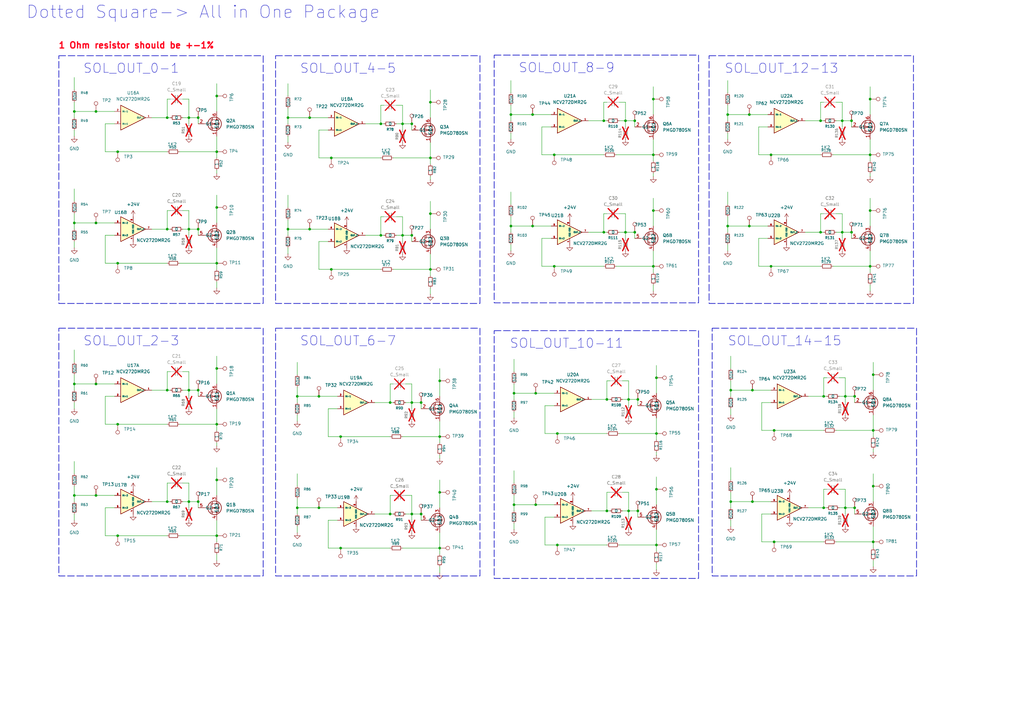
<source format=kicad_sch>
(kicad_sch (version 20250114) (generator "eeschema") (generator_version "9.0")
  (paper "A3")
  (lib_symbols
    (symbol "Connector:TestPoint" (pin_numbers (hide yes)) (pin_names (offset 0.762) (hide yes))
      (property "Reference" "TP" (at 0 6.858 0))
      (property "Value" "TestPoint" (at 0 5.08 0))
      (symbol "TestPoint_1_1"
        (pin passive line (at 0 0 90) (length 2.54) (name "1") (number "1"))
      )
    )
    (symbol "Device:C_Small" (pin_numbers (hide yes)) (pin_names (offset 0.254) (hide yes))
      (property "Reference" "C" (at 0.254 1.778 0))
      (property "Value" "C_Small" (at 0.254 -2.032 0))
      (symbol "C_Small_1_1"
        (pin passive line (at 0 2.54 270) (length 2.032) (name "~") (number "1"))
        (pin passive line (at 0 -2.54 90) (length 2.032) (name "~") (number "2"))
      )
    )
    (symbol "Device:R_Small" (pin_numbers (hide yes)) (pin_names (offset 0.254) (hide yes))
      (property "Reference" "R" (at 0 0 90))
      (property "Value" "R_Small" (at 1.778 0 90))
      (symbol "R_Small_1_1"
        (pin passive line (at 0 2.54 270) (length 0.762) (name "~") (number "1"))
        (pin passive line (at 0 -2.54 90) (length 0.762) (name "~") (number "2"))
      )
    )
    (symbol "Project_Symbols:2N-Channel_MOSFET"
      (property "Reference" "Q" (at 0 5.08 0))
      (property "Value" "PMGD780SN" (at 1.524 7.366 0))
      (symbol "2N-Channel_MOSFET_1_1"
        (pin input line (at -6.35 0 0) (length 2.54) (name "G1") (number "2"))
        (pin passive line (at 1.27 5.08 270) (length 2.54) (name "D1") (number "6"))
        (pin passive line (at 1.27 -5.08 90) (length 2.54) (name "S1") (number "1"))
      )
      (symbol "2N-Channel_MOSFET_2_1"
        (pin input line (at -6.35 0 0) (length 2.54) (name "G2") (number "5"))
        (pin passive line (at 1.27 5.08 270) (length 2.54) (name "D2") (number "3"))
        (pin passive line (at 1.27 -5.08 90) (length 2.54) (name "S2") (number "4"))
      )
    )
    (symbol "Project_Symbols:OpAmp_NCV272"
      (property "Reference" "U" (at 0 3.556 0))
      (property "Value" "NCV272DMR2G" (at 10.16 -7.112 0))
      (symbol "OpAmp_NCV272_1_1"
        (pin input line (at -2.54 0 0) (length 2.54) (name "IN-1") (number "2"))
        (pin input line (at -2.54 -5.08 0) (length 2.54) (name "IN+1") (number "3"))
        (pin output line (at 12.7 -2.54 180) (length 2.54) (name "OUT_1") (number "1"))
      )
      (symbol "OpAmp_NCV272_2_1"
        (pin input line (at -2.54 0 0) (length 2.54) (name "IN-2") (number "6"))
        (pin input line (at -2.54 -5.08 0) (length 2.54) (name "IN+2") (number "5"))
        (pin input line (at 5.08 2.54 270) (length 2.54) (name "VDD") (number "8"))
        (pin input line (at 5.08 -7.62 90) (length 2.54) (name "VSS") (number "4"))
        (pin output line (at 12.7 -2.54 180) (length 2.54) (name "OUT_2") (number "7"))
      )
    )
    (symbol "power:+24V" (power) (pin_numbers (hide yes)) (pin_names (offset 0) (hide yes))
      (property "Value" "+24V" (at 0 3.556 0))
      (symbol "+24V_1_1"
        (pin power_in line (at 0 0 90) (length 0) (name "~") (number "1"))
      )
    )
    (symbol "power:GND" (power) (pin_numbers (hide yes)) (pin_names (offset 0) (hide yes))
      (property "Value" "GND" (at 0 -3.81 0))
      (symbol "GND_1_1"
        (pin power_in line (at 0 0 270) (length 0) (name "~") (number "1"))
      )
    )
  )
  (rectangle (start 113.03 134.62) (end 196.85 236.22) (stroke (width 0.254) (type dash)))
  (rectangle (start 24.13 22.86) (end 107.95 124.46) (stroke (width 0.254) (type dash)))
  (rectangle (start 113.03 22.86) (end 196.85 124.46) (stroke (width 0.254) (type dash)))
  (rectangle (start 290.83 22.86) (end 374.65 124.46) (stroke (width 0.254) (type dash)))
  (rectangle (start 202.692 22.606) (end 286.512 124.206) (stroke (width 0.254) (type dash)))
  (rectangle (start 24.13 134.62) (end 107.95 236.22) (stroke (width 0.254) (type dash)))
  (rectangle (start 292.1 134.62) (end 375.92 236.22) (stroke (width 0.254) (type dash)))
  (rectangle (start 202.692 135.636) (end 286.512 237.236) (stroke (width 0.254) (type dash)))
  (text "SOL_OUT_12-13" (at 320.548 28.194 0) (effects (font (size 3.81 3.81))))
  (text "SOL_OUT_6-7" (at 142.748 139.954 0) (effects (font (size 3.81 3.81))))
  (text "Dotted Square-> All in One Package" (at 83.312 5.08 0) (effects (font (size 5.08 5.08))))
  (text "SOL_OUT_10-11" (at 232.41 140.97 0) (effects (font (size 3.81 3.81))))
  (text "SOL_OUT_2-3" (at 53.848 139.954 0) (effects (font (size 3.81 3.81))))
  (text "SOL_OUT_14-15" (at 321.818 139.954 0) (effects (font (size 3.81 3.81))))
  (text "1 Ohm resistor should be +-1% \n\n" (at 56.896 20.828 0) (effects (font (size 2.54 2.54) (thickness 0.508) (bold yes))))
  (text "SOL_OUT_0-1" (at 53.848 28.194 0) (effects (font (size 3.81 3.81))))
  (text "SOL_OUT_4-5" (at 142.748 28.194 0) (effects (font (size 3.81 3.81))))
  (text "SOL_OUT_8-9" (at 232.41 27.94 0) (effects (font (size 3.81 3.81))))
  (junction (at 81.28 160.02))
  (junction (at 88.9 173.99))
  (junction (at 350.52 208.28))
  (junction (at 48.26 173.99))
  (junction (at 168.91 50.8))
  (junction (at 68.58 205.74))
  (junction (at 218.44 46.99))
  (junction (at 358.14 199.39))
  (junction (at 356.87 86.36))
  (junction (at 227.33 63.5))
  (junction (at 176.53 110.49))
  (junction (at 345.44 95.25))
  (junction (at 48.26 219.71))
  (junction (at 88.9 39.37))
  (junction (at 316.23 109.22))
  (junction (at 337.82 162.56))
  (junction (at 260.35 95.25))
  (junction (at 267.97 109.22))
  (junction (at 39.37 203.2))
  (junction (at 209.55 46.99))
  (junction (at 257.81 163.83))
  (junction (at 77.47 48.26))
  (junction (at 336.55 49.53))
  (junction (at 219.71 161.29))
  (junction (at 168.91 210.82))
  (junction (at 336.55 95.25))
  (junction (at 39.37 157.48))
  (junction (at 180.34 179.07))
  (junction (at 172.72 165.1))
  (junction (at 88.9 107.95))
  (junction (at 349.25 95.25))
  (junction (at 160.02 165.1))
  (junction (at 139.7 224.79))
  (junction (at 68.58 48.26))
  (junction (at 48.26 107.95))
  (junction (at 228.6 177.8))
  (junction (at 88.9 62.23))
  (junction (at 209.55 92.71))
  (junction (at 30.48 203.2))
  (junction (at 118.11 48.26))
  (junction (at 307.34 92.71))
  (junction (at 247.65 49.53))
  (junction (at 30.48 45.72))
  (junction (at 210.82 207.01))
  (junction (at 39.37 45.72))
  (junction (at 308.61 205.74))
  (junction (at 358.14 153.67))
  (junction (at 135.89 110.49))
  (junction (at 267.97 40.64))
  (junction (at 48.26 62.23))
  (junction (at 247.65 95.25))
  (junction (at 127 48.26))
  (junction (at 269.24 177.8))
  (junction (at 298.45 46.99))
  (junction (at 135.89 64.77))
  (junction (at 127 93.98))
  (junction (at 130.81 162.56))
  (junction (at 345.44 49.53))
  (junction (at 180.34 224.79))
  (junction (at 176.53 41.91))
  (junction (at 267.97 63.5))
  (junction (at 261.62 209.55))
  (junction (at 269.24 154.94))
  (junction (at 68.58 160.02))
  (junction (at 180.34 156.21))
  (junction (at 156.21 50.8))
  (junction (at 358.14 176.53))
  (junction (at 168.91 165.1))
  (junction (at 261.62 163.83))
  (junction (at 358.14 222.25))
  (junction (at 298.45 92.71))
  (junction (at 316.23 63.5))
  (junction (at 346.71 162.56))
  (junction (at 30.48 157.48))
  (junction (at 267.97 86.36))
  (junction (at 130.81 208.28))
  (junction (at 256.54 95.25))
  (junction (at 337.82 208.28))
  (junction (at 346.71 208.28))
  (junction (at 356.87 40.64))
  (junction (at 81.28 205.74))
  (junction (at 307.34 46.99))
  (junction (at 256.54 49.53))
  (junction (at 88.9 151.13))
  (junction (at 248.92 163.83))
  (junction (at 176.53 87.63))
  (junction (at 88.9 85.09))
  (junction (at 30.48 91.44))
  (junction (at 81.28 48.26))
  (junction (at 219.71 207.01))
  (junction (at 121.92 208.28))
  (junction (at 160.02 210.82))
  (junction (at 121.92 162.56))
  (junction (at 350.52 162.56))
  (junction (at 349.25 49.53))
  (junction (at 218.44 92.71))
  (junction (at 227.33 109.22))
  (junction (at 118.11 93.98))
  (junction (at 180.34 201.93))
  (junction (at 68.58 93.98))
  (junction (at 257.81 209.55))
  (junction (at 299.72 205.74))
  (junction (at 165.1 96.52))
  (junction (at 356.87 109.22))
  (junction (at 260.35 49.53))
  (junction (at 269.24 223.52))
  (junction (at 269.24 200.66))
  (junction (at 356.87 63.5))
  (junction (at 299.72 160.02))
  (junction (at 248.92 209.55))
  (junction (at 77.47 160.02))
  (junction (at 308.61 160.02))
  (junction (at 317.5 176.53))
  (junction (at 156.21 96.52))
  (junction (at 165.1 50.8))
  (junction (at 210.82 161.29))
  (junction (at 168.91 96.52))
  (junction (at 228.6 223.52))
  (junction (at 172.72 210.82))
  (junction (at 88.9 196.85))
  (junction (at 77.47 93.98))
  (junction (at 317.5 222.25))
  (junction (at 139.7 179.07))
  (junction (at 176.53 64.77))
  (junction (at 88.9 219.71))
  (junction (at 77.47 205.74))
  (junction (at 81.28 93.98))
  (junction (at 39.37 91.44))
  (wire (pts (xy 342.9 176.53) (xy 358.14 176.53)))
  (wire (pts (xy 74.93 93.98) (xy 77.47 93.98)))
  (wire (pts (xy 336.55 49.53) (xy 337.82 49.53)))
  (wire (pts (xy 308.61 205.74) (xy 316.23 205.74)))
  (wire (pts (xy 88.9 196.85) (xy 88.9 203.2)))
  (wire (pts (xy 180.34 172.72) (xy 180.34 179.07)))
  (wire (pts (xy 165.1 224.79) (xy 180.34 224.79)))
  (wire (pts (xy 88.9 151.13) (xy 88.9 157.48)))
  (wire (pts (xy 43.18 219.71) (xy 48.26 219.71)))
  (wire (pts (xy 48.26 62.23) (xy 68.58 62.23)))
  (wire (pts (xy 356.87 57.15) (xy 356.87 63.5)))
  (wire (pts (xy 88.9 191.77) (xy 88.9 196.85)))
  (wire (pts (xy 130.81 99.06) (xy 130.81 110.49)))
  (wire (pts (xy 248.92 163.83) (xy 250.19 163.83)))
  (wire (pts (xy 77.47 48.26) (xy 77.47 50.8)))
  (wire (pts (xy 180.34 218.44) (xy 180.34 224.79)))
  (wire (pts (xy 176.53 82.55) (xy 176.53 87.63)))
  (wire (pts (xy 74.93 152.4) (xy 77.47 152.4)))
  (wire (pts (xy 336.55 95.25) (xy 337.82 95.25)))
  (wire (pts (xy 73.66 62.23) (xy 88.9 62.23)))
  (wire (pts (xy 180.34 232.41) (xy 180.34 234.95)))
  (wire (pts (xy 168.91 203.2) (xy 168.91 210.82)))
  (wire (pts (xy 135.89 64.77) (xy 156.21 64.77)))
  (wire (pts (xy 134.62 213.36) (xy 134.62 224.79)))
  (wire (pts (xy 267.97 81.28) (xy 267.97 86.36)))
  (wire (pts (xy 349.25 52.07) (xy 349.25 49.53)))
  (wire (pts (xy 162.56 43.18) (xy 165.1 43.18)))
  (wire (pts (xy 81.28 162.56) (xy 81.28 160.02)))
  (wire (pts (xy 30.48 41.91) (xy 30.48 45.72)))
  (wire (pts (xy 180.34 156.21) (xy 180.34 162.56)))
  (wire (pts (xy 299.72 146.05) (xy 299.72 151.13)))
  (wire (pts (xy 308.61 160.02) (xy 316.23 160.02)))
  (wire (pts (xy 219.71 161.29) (xy 227.33 161.29)))
  (wire (pts (xy 68.58 93.98) (xy 68.58 86.36)))
  (wire (pts (xy 241.3 95.25) (xy 247.65 95.25)))
  (wire (pts (xy 219.71 207.01) (xy 227.33 207.01)))
  (wire (pts (xy 149.86 50.8) (xy 156.21 50.8)))
  (wire (pts (xy 312.42 210.82) (xy 312.42 222.25)))
  (wire (pts (xy 316.23 63.5) (xy 336.55 63.5)))
  (wire (pts (xy 257.81 163.83) (xy 261.62 163.83)))
  (wire (pts (xy 168.91 165.1) (xy 168.91 167.64)))
  (wire (pts (xy 156.21 43.18) (xy 157.48 43.18)))
  (wire (pts (xy 209.55 92.71) (xy 218.44 92.71)))
  (wire (pts (xy 88.9 101.6) (xy 88.9 107.95)))
  (wire (pts (xy 260.35 52.07) (xy 260.35 49.53)))
  (wire (pts (xy 210.82 193.04) (xy 210.82 198.12)))
  (wire (pts (xy 342.9 222.25) (xy 358.14 222.25)))
  (wire (pts (xy 77.47 205.74) (xy 77.47 208.28)))
  (wire (pts (xy 176.53 41.91) (xy 176.53 48.26)))
  (wire (pts (xy 269.24 217.17) (xy 269.24 223.52)))
  (wire (pts (xy 39.37 157.48) (xy 46.99 157.48)))
  (wire (pts (xy 312.42 210.82) (xy 316.23 210.82)))
  (wire (pts (xy 130.81 53.34) (xy 130.81 64.77)))
  (wire (pts (xy 77.47 93.98) (xy 81.28 93.98)))
  (wire (pts (xy 30.48 91.44) (xy 39.37 91.44)))
  (wire (pts (xy 247.65 49.53) (xy 248.92 49.53)))
  (wire (pts (xy 30.48 31.75) (xy 30.48 36.83)))
  (wire (pts (xy 255.27 163.83) (xy 257.81 163.83)))
  (wire (pts (xy 43.18 208.28) (xy 43.18 219.71)))
  (wire (pts (xy 156.21 50.8) (xy 156.21 43.18)))
  (wire (pts (xy 39.37 45.72) (xy 46.99 45.72)))
  (wire (pts (xy 30.48 87.63) (xy 30.48 91.44)))
  (wire (pts (xy 247.65 95.25) (xy 248.92 95.25)))
  (wire (pts (xy 48.26 107.95) (xy 68.58 107.95)))
  (wire (pts (xy 269.24 223.52) (xy 269.24 226.06)))
  (wire (pts (xy 43.18 96.52) (xy 46.99 96.52)))
  (wire (pts (xy 256.54 87.63) (xy 256.54 95.25)))
  (wire (pts (xy 118.11 55.88) (xy 118.11 58.42)))
  (wire (pts (xy 254 41.91) (xy 256.54 41.91)))
  (wire (pts (xy 247.65 95.25) (xy 247.65 87.63)))
  (wire (pts (xy 160.02 165.1) (xy 160.02 157.48)))
  (wire (pts (xy 358.14 176.53) (xy 358.14 179.07)))
  (wire (pts (xy 134.62 179.07) (xy 139.7 179.07)))
  (wire (pts (xy 358.14 153.67) (xy 358.14 160.02)))
  (wire (pts (xy 162.56 88.9) (xy 165.1 88.9)))
  (wire (pts (xy 267.97 86.36) (xy 267.97 92.71)))
  (wire (pts (xy 356.87 102.87) (xy 356.87 109.22)))
  (wire (pts (xy 160.02 210.82) (xy 161.29 210.82)))
  (wire (pts (xy 254 49.53) (xy 256.54 49.53)))
  (wire (pts (xy 255.27 201.93) (xy 257.81 201.93)))
  (wire (pts (xy 68.58 198.12) (xy 69.85 198.12)))
  (wire (pts (xy 223.52 212.09) (xy 223.52 223.52)))
  (wire (pts (xy 344.17 200.66) (xy 346.71 200.66)))
  (wire (pts (xy 73.66 219.71) (xy 88.9 219.71)))
  (wire (pts (xy 227.33 63.5) (xy 247.65 63.5)))
  (wire (pts (xy 168.91 210.82) (xy 172.72 210.82)))
  (wire (pts (xy 168.91 165.1) (xy 172.72 165.1)))
  (wire (pts (xy 77.47 93.98) (xy 77.47 96.52)))
  (wire (pts (xy 267.97 57.15) (xy 267.97 63.5)))
  (wire (pts (xy 209.55 88.9) (xy 209.55 92.71)))
  (wire (pts (xy 312.42 176.53) (xy 317.5 176.53)))
  (wire (pts (xy 30.48 153.67) (xy 30.48 157.48)))
  (wire (pts (xy 346.71 162.56) (xy 346.71 165.1)))
  (wire (pts (xy 166.37 157.48) (xy 168.91 157.48)))
  (wire (pts (xy 88.9 219.71) (xy 88.9 222.25)))
  (wire (pts (xy 223.52 212.09) (xy 227.33 212.09)))
  (wire (pts (xy 118.11 90.17) (xy 118.11 93.98)))
  (wire (pts (xy 209.55 54.61) (xy 209.55 57.15)))
  (wire (pts (xy 88.9 69.85) (xy 88.9 71.12)))
  (wire (pts (xy 337.82 154.94) (xy 339.09 154.94)))
  (wire (pts (xy 180.34 179.07) (xy 180.34 181.61)))
  (wire (pts (xy 209.55 46.99) (xy 218.44 46.99)))
  (wire (pts (xy 160.02 165.1) (xy 161.29 165.1)))
  (wire (pts (xy 160.02 157.48) (xy 161.29 157.48)))
  (wire (pts (xy 176.53 104.14) (xy 176.53 110.49)))
  (wire (pts (xy 30.48 165.1) (xy 30.48 167.64)))
  (wire (pts (xy 254 177.8) (xy 269.24 177.8)))
  (wire (pts (xy 349.25 97.79) (xy 349.25 95.25)))
  (wire (pts (xy 172.72 167.64) (xy 172.72 165.1)))
  (wire (pts (xy 88.9 146.05) (xy 88.9 151.13)))
  (wire (pts (xy 180.34 196.85) (xy 180.34 201.93)))
  (wire (pts (xy 247.65 49.53) (xy 247.65 41.91)))
  (wire (pts (xy 88.9 181.61) (xy 88.9 182.88)))
  (wire (pts (xy 81.28 208.28) (xy 81.28 205.74)))
  (wire (pts (xy 88.9 173.99) (xy 88.9 176.53)))
  (wire (pts (xy 267.97 63.5) (xy 267.97 66.04)))
  (wire (pts (xy 209.55 46.99) (xy 209.55 49.53)))
  (wire (pts (xy 261.62 166.37) (xy 261.62 163.83)))
  (wire (pts (xy 298.45 54.61) (xy 298.45 57.15)))
  (wire (pts (xy 165.1 179.07) (xy 180.34 179.07)))
  (wire (pts (xy 252.73 109.22) (xy 267.97 109.22)))
  (wire (pts (xy 209.55 33.02) (xy 209.55 38.1)))
  (wire (pts (xy 222.25 97.79) (xy 222.25 109.22)))
  (wire (pts (xy 257.81 156.21) (xy 257.81 163.83)))
  (wire (pts (xy 356.87 40.64) (xy 356.87 46.99)))
  (wire (pts (xy 121.92 204.47) (xy 121.92 208.28)))
  (wire (pts (xy 77.47 160.02) (xy 77.47 162.56)))
  (wire (pts (xy 209.55 78.74) (xy 209.55 83.82)))
  (wire (pts (xy 153.67 210.82) (xy 160.02 210.82)))
  (wire (pts (xy 358.14 215.9) (xy 358.14 222.25)))
  (wire (pts (xy 222.25 63.5) (xy 227.33 63.5)))
  (wire (pts (xy 30.48 203.2) (xy 39.37 203.2)))
  (wire (pts (xy 130.81 208.28) (xy 138.43 208.28)))
  (wire (pts (xy 139.7 179.07) (xy 160.02 179.07)))
  (wire (pts (xy 311.15 63.5) (xy 316.23 63.5)))
  (wire (pts (xy 134.62 167.64) (xy 138.43 167.64)))
  (wire (pts (xy 74.93 40.64) (xy 77.47 40.64)))
  (wire (pts (xy 317.5 222.25) (xy 337.82 222.25)))
  (wire (pts (xy 165.1 50.8) (xy 168.91 50.8)))
  (wire (pts (xy 307.34 46.99) (xy 314.96 46.99)))
  (wire (pts (xy 256.54 95.25) (xy 260.35 95.25)))
  (wire (pts (xy 358.14 194.31) (xy 358.14 199.39)))
  (wire (pts (xy 311.15 52.07) (xy 314.96 52.07)))
  (wire (pts (xy 43.18 96.52) (xy 43.18 107.95)))
  (wire (pts (xy 337.82 162.56) (xy 337.82 154.94)))
  (wire (pts (xy 341.63 63.5) (xy 356.87 63.5)))
  (wire (pts (xy 307.34 92.71) (xy 314.96 92.71)))
  (wire (pts (xy 344.17 154.94) (xy 346.71 154.94)))
  (wire (pts (xy 269.24 200.66) (xy 269.24 207.01)))
  (wire (pts (xy 358.14 184.15) (xy 358.14 185.42)))
  (wire (pts (xy 68.58 48.26) (xy 68.58 40.64)))
  (wire (pts (xy 176.53 72.39) (xy 176.53 73.66)))
  (wire (pts (xy 121.92 158.75) (xy 121.92 162.56)))
  (wire (pts (xy 330.2 95.25) (xy 336.55 95.25)))
  (wire (pts (xy 118.11 44.45) (xy 118.11 48.26)))
  (wire (pts (xy 153.67 165.1) (xy 160.02 165.1)))
  (wire (pts (xy 255.27 156.21) (xy 257.81 156.21)))
  (wire (pts (xy 267.97 116.84) (xy 267.97 119.38)))
  (wire (pts (xy 331.47 162.56) (xy 337.82 162.56)))
  (wire (pts (xy 317.5 176.53) (xy 337.82 176.53)))
  (wire (pts (xy 39.37 91.44) (xy 46.99 91.44)))
  (wire (pts (xy 345.44 87.63) (xy 345.44 95.25)))
  (wire (pts (xy 342.9 41.91) (xy 345.44 41.91)))
  (wire (pts (xy 162.56 96.52) (xy 165.1 96.52)))
  (wire (pts (xy 30.48 45.72) (xy 30.48 48.26)))
  (wire (pts (xy 218.44 46.99) (xy 226.06 46.99)))
  (wire (pts (xy 210.82 207.01) (xy 210.82 209.55)))
  (wire (pts (xy 88.9 227.33) (xy 88.9 229.87)))
  (wire (pts (xy 165.1 96.52) (xy 168.91 96.52)))
  (wire (pts (xy 43.18 173.99) (xy 48.26 173.99)))
  (wire (pts (xy 337.82 200.66) (xy 339.09 200.66)))
  (wire (pts (xy 121.92 215.9) (xy 121.92 218.44)))
  (wire (pts (xy 337.82 162.56) (xy 339.09 162.56)))
  (wire (pts (xy 68.58 48.26) (xy 69.85 48.26)))
  (wire (pts (xy 62.23 48.26) (xy 68.58 48.26)))
  (wire (pts (xy 30.48 77.47) (xy 30.48 82.55)))
  (wire (pts (xy 176.53 64.77) (xy 176.53 67.31)))
  (wire (pts (xy 165.1 88.9) (xy 165.1 96.52)))
  (wire (pts (xy 210.82 214.63) (xy 210.82 217.17)))
  (wire (pts (xy 88.9 107.95) (xy 88.9 110.49)))
  (wire (pts (xy 337.82 208.28) (xy 337.82 200.66)))
  (wire (pts (xy 346.71 154.94) (xy 346.71 162.56)))
  (wire (pts (xy 358.14 148.59) (xy 358.14 153.67)))
  (wire (pts (xy 127 48.26) (xy 134.62 48.26)))
  (wire (pts (xy 298.45 46.99) (xy 307.34 46.99)))
  (wire (pts (xy 242.57 163.83) (xy 248.92 163.83)))
  (wire (pts (xy 222.25 97.79) (xy 226.06 97.79)))
  (wire (pts (xy 134.62 167.64) (xy 134.62 179.07)))
  (wire (pts (xy 30.48 157.48) (xy 30.48 160.02)))
  (wire (pts (xy 223.52 177.8) (xy 228.6 177.8)))
  (wire (pts (xy 156.21 50.8) (xy 157.48 50.8)))
  (wire (pts (xy 356.87 71.12) (xy 356.87 72.39)))
  (wire (pts (xy 256.54 41.91) (xy 256.54 49.53)))
  (wire (pts (xy 269.24 195.58) (xy 269.24 200.66)))
  (wire (pts (xy 311.15 109.22) (xy 316.23 109.22)))
  (wire (pts (xy 43.18 208.28) (xy 46.99 208.28)))
  (wire (pts (xy 312.42 165.1) (xy 316.23 165.1)))
  (wire (pts (xy 68.58 160.02) (xy 69.85 160.02)))
  (wire (pts (xy 356.87 63.5) (xy 356.87 66.04)))
  (wire (pts (xy 248.92 209.55) (xy 250.19 209.55)))
  (wire (pts (xy 180.34 201.93) (xy 180.34 208.28)))
  (wire (pts (xy 218.44 92.71) (xy 226.06 92.71)))
  (wire (pts (xy 73.66 173.99) (xy 88.9 173.99)))
  (wire (pts (xy 121.92 194.31) (xy 121.92 199.39)))
  (wire (pts (xy 48.26 173.99) (xy 68.58 173.99)))
  (wire (pts (xy 344.17 208.28) (xy 346.71 208.28)))
  (wire (pts (xy 166.37 165.1) (xy 168.91 165.1)))
  (wire (pts (xy 73.66 107.95) (xy 88.9 107.95)))
  (wire (pts (xy 267.97 109.22) (xy 267.97 111.76)))
  (wire (pts (xy 356.87 35.56) (xy 356.87 40.64)))
  (wire (pts (xy 43.18 50.8) (xy 46.99 50.8)))
  (wire (pts (xy 311.15 52.07) (xy 311.15 63.5)))
  (wire (pts (xy 356.87 86.36) (xy 356.87 92.71)))
  (wire (pts (xy 344.17 162.56) (xy 346.71 162.56)))
  (wire (pts (xy 118.11 93.98) (xy 127 93.98)))
  (wire (pts (xy 88.9 80.01) (xy 88.9 85.09)))
  (wire (pts (xy 118.11 48.26) (xy 118.11 50.8)))
  (wire (pts (xy 267.97 102.87) (xy 267.97 109.22)))
  (wire (pts (xy 165.1 50.8) (xy 165.1 53.34)))
  (wire (pts (xy 299.72 160.02) (xy 299.72 162.56)))
  (wire (pts (xy 121.92 208.28) (xy 121.92 210.82)))
  (wire (pts (xy 248.92 156.21) (xy 250.19 156.21)))
  (wire (pts (xy 77.47 86.36) (xy 77.47 93.98)))
  (wire (pts (xy 242.57 209.55) (xy 248.92 209.55)))
  (wire (pts (xy 43.18 162.56) (xy 43.18 173.99)))
  (wire (pts (xy 81.28 50.8) (xy 81.28 48.26)))
  (wire (pts (xy 135.89 110.49) (xy 156.21 110.49)))
  (wire (pts (xy 345.44 95.25) (xy 349.25 95.25)))
  (wire (pts (xy 30.48 53.34) (xy 30.48 55.88)))
  (wire (pts (xy 180.34 151.13) (xy 180.34 156.21)))
  (wire (pts (xy 68.58 160.02) (xy 68.58 152.4)))
  (wire (pts (xy 261.62 212.09) (xy 261.62 209.55)))
  (wire (pts (xy 160.02 210.82) (xy 160.02 203.2)))
  (wire (pts (xy 127 93.98) (xy 134.62 93.98)))
  (wire (pts (xy 68.58 93.98) (xy 69.85 93.98)))
  (wire (pts (xy 118.11 80.01) (xy 118.11 85.09)))
  (wire (pts (xy 222.25 52.07) (xy 222.25 63.5)))
  (wire (pts (xy 210.82 207.01) (xy 219.71 207.01)))
  (wire (pts (xy 77.47 152.4) (xy 77.47 160.02)))
  (wire (pts (xy 74.93 198.12) (xy 77.47 198.12)))
  (wire (pts (xy 210.82 161.29) (xy 210.82 163.83)))
  (wire (pts (xy 346.71 208.28) (xy 346.71 210.82)))
  (wire (pts (xy 39.37 203.2) (xy 46.99 203.2)))
  (wire (pts (xy 77.47 40.64) (xy 77.47 48.26)))
  (wire (pts (xy 118.11 34.29) (xy 118.11 39.37)))
  (wire (pts (xy 180.34 224.79) (xy 180.34 227.33)))
  (wire (pts (xy 312.42 165.1) (xy 312.42 176.53)))
  (wire (pts (xy 336.55 87.63) (xy 337.82 87.63)))
  (wire (pts (xy 168.91 157.48) (xy 168.91 165.1)))
  (wire (pts (xy 62.23 93.98) (xy 68.58 93.98)))
  (wire (pts (xy 88.9 62.23) (xy 88.9 64.77)))
  (wire (pts (xy 30.48 203.2) (xy 30.48 205.74)))
  (wire (pts (xy 118.11 101.6) (xy 118.11 104.14)))
  (wire (pts (xy 337.82 208.28) (xy 339.09 208.28)))
  (wire (pts (xy 222.25 109.22) (xy 227.33 109.22)))
  (wire (pts (xy 77.47 198.12) (xy 77.47 205.74)))
  (wire (pts (xy 48.26 219.71) (xy 68.58 219.71)))
  (wire (pts (xy 336.55 49.53) (xy 336.55 41.91)))
  (wire (pts (xy 43.18 50.8) (xy 43.18 62.23)))
  (wire (pts (xy 356.87 116.84) (xy 356.87 119.38)))
  (wire (pts (xy 210.82 203.2) (xy 210.82 207.01)))
  (wire (pts (xy 74.93 160.02) (xy 77.47 160.02)))
  (wire (pts (xy 350.52 165.1) (xy 350.52 162.56)))
  (wire (pts (xy 156.21 96.52) (xy 157.48 96.52)))
  (wire (pts (xy 299.72 213.36) (xy 299.72 215.9)))
  (wire (pts (xy 254 87.63) (xy 256.54 87.63)))
  (wire (pts (xy 210.82 168.91) (xy 210.82 171.45)))
  (wire (pts (xy 269.24 185.42) (xy 269.24 186.69)))
  (wire (pts (xy 356.87 109.22) (xy 356.87 111.76)))
  (wire (pts (xy 269.24 154.94) (xy 269.24 161.29)))
  (wire (pts (xy 77.47 205.74) (xy 81.28 205.74)))
  (wire (pts (xy 269.24 177.8) (xy 269.24 180.34)))
  (wire (pts (xy 330.2 49.53) (xy 336.55 49.53)))
  (wire (pts (xy 298.45 33.02) (xy 298.45 38.1)))
  (wire (pts (xy 267.97 71.12) (xy 267.97 72.39)))
  (wire (pts (xy 88.9 39.37) (xy 88.9 45.72)))
  (wire (pts (xy 88.9 115.57) (xy 88.9 118.11)))
  (wire (pts (xy 260.35 97.79) (xy 260.35 95.25)))
  (wire (pts (xy 298.45 92.71) (xy 307.34 92.71)))
  (wire (pts (xy 358.14 199.39) (xy 358.14 205.74)))
  (wire (pts (xy 336.55 41.91) (xy 337.82 41.91)))
  (wire (pts (xy 74.93 48.26) (xy 77.47 48.26)))
  (wire (pts (xy 130.81 110.49) (xy 135.89 110.49)))
  (wire (pts (xy 345.44 41.91) (xy 345.44 49.53)))
  (wire (pts (xy 121.92 208.28) (xy 130.81 208.28)))
  (wire (pts (xy 161.29 64.77) (xy 176.53 64.77)))
  (wire (pts (xy 257.81 201.93) (xy 257.81 209.55)))
  (wire (pts (xy 134.62 224.79) (xy 139.7 224.79)))
  (wire (pts (xy 350.52 210.82) (xy 350.52 208.28)))
  (wire (pts (xy 161.29 110.49) (xy 176.53 110.49)))
  (wire (pts (xy 248.92 163.83) (xy 248.92 156.21)))
  (wire (pts (xy 223.52 166.37) (xy 227.33 166.37)))
  (wire (pts (xy 257.81 163.83) (xy 257.81 166.37)))
  (wire (pts (xy 62.23 160.02) (xy 68.58 160.02)))
  (wire (pts (xy 30.48 157.48) (xy 39.37 157.48)))
  (wire (pts (xy 223.52 223.52) (xy 228.6 223.52)))
  (wire (pts (xy 68.58 40.64) (xy 69.85 40.64)))
  (wire (pts (xy 210.82 157.48) (xy 210.82 161.29)))
  (wire (pts (xy 149.86 96.52) (xy 156.21 96.52)))
  (wire (pts (xy 43.18 62.23) (xy 48.26 62.23)))
  (wire (pts (xy 118.11 48.26) (xy 127 48.26)))
  (wire (pts (xy 358.14 222.25) (xy 358.14 224.79)))
  (wire (pts (xy 227.33 109.22) (xy 247.65 109.22)))
  (wire (pts (xy 130.81 99.06) (xy 134.62 99.06)))
  (wire (pts (xy 62.23 205.74) (xy 68.58 205.74)))
  (wire (pts (xy 299.72 205.74) (xy 299.72 208.28)))
  (wire (pts (xy 299.72 160.02) (xy 308.61 160.02)))
  (wire (pts (xy 176.53 58.42) (xy 176.53 64.77)))
  (wire (pts (xy 341.63 109.22) (xy 356.87 109.22)))
  (wire (pts (xy 168.91 53.34) (xy 168.91 50.8)))
  (wire (pts (xy 166.37 210.82) (xy 168.91 210.82)))
  (wire (pts (xy 30.48 189.23) (xy 30.48 194.31)))
  (wire (pts (xy 256.54 49.53) (xy 256.54 52.07)))
  (wire (pts (xy 267.97 40.64) (xy 267.97 46.99)))
  (wire (pts (xy 299.72 156.21) (xy 299.72 160.02)))
  (wire (pts (xy 88.9 34.29) (xy 88.9 39.37)))
  (wire (pts (xy 223.52 166.37) (xy 223.52 177.8)))
  (wire (pts (xy 180.34 186.69) (xy 180.34 187.96)))
  (wire (pts (xy 269.24 149.86) (xy 269.24 154.94)))
  (wire (pts (xy 345.44 95.25) (xy 345.44 97.79)))
  (wire (pts (xy 298.45 46.99) (xy 298.45 49.53)))
  (wire (pts (xy 267.97 35.56) (xy 267.97 40.64)))
  (wire (pts (xy 30.48 99.06) (xy 30.48 101.6)))
  (wire (pts (xy 247.65 41.91) (xy 248.92 41.91)))
  (wire (pts (xy 269.24 171.45) (xy 269.24 177.8)))
  (wire (pts (xy 121.92 148.59) (xy 121.92 153.67)))
  (wire (pts (xy 299.72 205.74) (xy 308.61 205.74)))
  (wire (pts (xy 345.44 49.53) (xy 345.44 52.07)))
  (wire (pts (xy 346.71 162.56) (xy 350.52 162.56)))
  (wire (pts (xy 130.81 53.34) (xy 134.62 53.34)))
  (wire (pts (xy 210.82 161.29) (xy 219.71 161.29)))
  (wire (pts (xy 345.44 49.53) (xy 349.25 49.53)))
  (wire (pts (xy 346.71 200.66) (xy 346.71 208.28)))
  (wire (pts (xy 298.45 100.33) (xy 298.45 102.87)))
  (wire (pts (xy 168.91 99.06) (xy 168.91 96.52)))
  (wire (pts (xy 176.53 110.49) (xy 176.53 113.03)))
  (wire (pts (xy 139.7 224.79) (xy 160.02 224.79)))
  (wire (pts (xy 168.91 210.82) (xy 168.91 213.36)))
  (wire (pts (xy 130.81 162.56) (xy 138.43 162.56)))
  (wire (pts (xy 298.45 43.18) (xy 298.45 46.99)))
  (wire (pts (xy 68.58 152.4) (xy 69.85 152.4)))
  (wire (pts (xy 356.87 81.28) (xy 356.87 86.36)))
  (wire (pts (xy 74.93 205.74) (xy 77.47 205.74)))
  (wire (pts (xy 209.55 92.71) (xy 209.55 95.25)))
  (wire (pts (xy 77.47 160.02) (xy 81.28 160.02)))
  (wire (pts (xy 165.1 43.18) (xy 165.1 50.8)))
  (wire (pts (xy 248.92 209.55) (xy 248.92 201.93)))
  (wire (pts (xy 346.71 208.28) (xy 350.52 208.28)))
  (wire (pts (xy 68.58 86.36) (xy 69.85 86.36)))
  (wire (pts (xy 298.45 78.74) (xy 298.45 83.82)))
  (wire (pts (xy 342.9 87.63) (xy 345.44 87.63)))
  (wire (pts (xy 176.53 118.11) (xy 176.53 120.65)))
  (wire (pts (xy 299.72 201.93) (xy 299.72 205.74)))
  (wire (pts (xy 311.15 97.79) (xy 311.15 109.22)))
  (wire (pts (xy 316.23 109.22) (xy 336.55 109.22)))
  (wire (pts (xy 298.45 88.9) (xy 298.45 92.71)))
  (wire (pts (xy 88.9 213.36) (xy 88.9 219.71)))
  (wire (pts (xy 162.56 50.8) (xy 165.1 50.8)))
  (wire (pts (xy 256.54 95.25) (xy 256.54 97.79)))
  (wire (pts (xy 156.21 88.9) (xy 157.48 88.9)))
  (wire (pts (xy 248.92 201.93) (xy 250.19 201.93)))
  (wire (pts (xy 88.9 55.88) (xy 88.9 62.23)))
  (wire (pts (xy 228.6 223.52) (xy 248.92 223.52)))
  (wire (pts (xy 269.24 231.14) (xy 269.24 233.68)))
  (wire (pts (xy 43.18 107.95) (xy 48.26 107.95)))
  (wire (pts (xy 118.11 93.98) (xy 118.11 96.52)))
  (wire (pts (xy 228.6 177.8) (xy 248.92 177.8)))
  (wire (pts (xy 30.48 199.39) (xy 30.48 203.2)))
  (wire (pts (xy 254 95.25) (xy 256.54 95.25)))
  (wire (pts (xy 342.9 49.53) (xy 345.44 49.53)))
  (wire (pts (xy 165.1 96.52) (xy 165.1 99.06)))
  (wire (pts (xy 241.3 49.53) (xy 247.65 49.53)))
  (wire (pts (xy 336.55 95.25) (xy 336.55 87.63)))
  (wire (pts (xy 121.92 170.18) (xy 121.92 172.72)))
  (wire (pts (xy 257.81 209.55) (xy 257.81 212.09)))
  (wire (pts (xy 160.02 203.2) (xy 161.29 203.2)))
  (wire (pts (xy 256.54 49.53) (xy 260.35 49.53)))
  (wire (pts (xy 121.92 162.56) (xy 130.81 162.56)))
  (wire (pts (xy 88.9 167.64) (xy 88.9 173.99)))
  (wire (pts (xy 247.65 87.63) (xy 248.92 87.63)))
  (wire (pts (xy 43.18 162.56) (xy 46.99 162.56)))
  (wire (pts (xy 342.9 95.25) (xy 345.44 95.25)))
  (wire (pts (xy 30.48 91.44) (xy 30.48 93.98)))
  (wire (pts (xy 298.45 92.71) (xy 298.45 95.25)))
  (wire (pts (xy 130.81 64.77) (xy 135.89 64.77)))
  (wire (pts (xy 134.62 213.36) (xy 138.43 213.36)))
  (wire (pts (xy 331.47 208.28) (xy 337.82 208.28)))
  (wire (pts (xy 30.48 143.51) (xy 30.48 148.59)))
  (wire (pts (xy 176.53 36.83) (xy 176.53 41.91)))
  (wire (pts (xy 210.82 147.32) (xy 210.82 152.4)))
  (wire (pts (xy 255.27 209.55) (xy 257.81 209.55)))
  (wire (pts (xy 358.14 229.87) (xy 358.14 232.41)))
  (wire (pts (xy 209.55 43.18) (xy 209.55 46.99)))
  (wire (pts (xy 166.37 203.2) (xy 168.91 203.2)))
  (wire (pts (xy 358.14 170.18) (xy 358.14 176.53)))
  (wire (pts (xy 222.25 52.07) (xy 226.06 52.07)))
  (wire (pts (xy 257.81 209.55) (xy 261.62 209.55)))
  (wire (pts (xy 68.58 205.74) (xy 68.58 198.12)))
  (wire (pts (xy 156.21 96.52) (xy 156.21 88.9)))
  (wire (pts (xy 209.55 100.33) (xy 209.55 102.87)))
  (wire (pts (xy 299.72 191.77) (xy 299.72 196.85)))
  (wire (pts (xy 299.72 167.64) (xy 299.72 170.18)))
  (wire (pts (xy 252.73 63.5) (xy 267.97 63.5)))
  (wire (pts (xy 30.48 210.82) (xy 30.48 213.36)))
  (wire (pts (xy 121.92 162.56) (xy 121.92 165.1)))
  (wire (pts (xy 176.53 87.63) (xy 176.53 93.98)))
  (wire (pts (xy 172.72 213.36) (xy 172.72 210.82)))
  (wire (pts (xy 88.9 85.09) (xy 88.9 91.44)))
  (wire (pts (xy 254 223.52) (xy 269.24 223.52)))
  (wire (pts (xy 312.42 222.25) (xy 317.5 222.25)))
  (wire (pts (xy 74.93 86.36) (xy 77.47 86.36)))
  (wire (pts (xy 68.58 205.74) (xy 69.85 205.74)))
  (wire (pts (xy 81.28 96.52) (xy 81.28 93.98)))
  (wire (pts (xy 311.15 97.79) (xy 314.96 97.79)))
  (wire (pts (xy 30.48 45.72) (xy 39.37 45.72)))
  (wire (pts (xy 77.47 48.26) (xy 81.28 48.26)))
  (symbol (lib_id "Device:R_Small") (at 165.1 55.88 180) (unit 1) (dnp yes)
    (property "Reference" "R80" (at 162.814 55.88 90) (effects (font (size 1.016 1.016))))
    (property "Value" "1" (at 165.1 55.88 90))
    (property "Description" "Resistor, small symbol" (effects (hide yes)))
  )
  (symbol (lib_id "Device:R_Small") (at 118.11 41.91 0) (unit 1)
    (property "Reference" "R72" (at 120.65 40.6399 0) (effects (font (size 1.016 1.016)) (justify left)))
    (property "Value" "30K" (at 118.364 43.942 90) (effects (justify left)))
    (property "Description" "Resistor, small symbol" (effects (hide yes)))
  )
  (symbol (lib_id "Connector:TestPoint") (at 39.37 157.48 0) (unit 1)
    (property "Reference" "TP12" (at 41.91 152.9079 0) (effects (justify left)))
    (property "Value" "TestPoint" (effects (hide yes)))
    (property "Description" "test point" (effects (hide yes)))
  )
  (symbol (lib_id "Device:R_Small") (at 72.39 160.02 270) (unit 1)
    (property "Reference" "R66" (at 72.39 162.306 90) (effects (font (size 1.016 1.016))))
    (property "Value" "0" (at 72.39 160.02 90))
    (property "Description" "Resistor, small symbol" (effects (hide yes)))
  )
  (symbol (lib_id "Connector:TestPoint") (at 180.34 224.79 270) (unit 1)
    (property "Reference" "TP41" (at 185.42 224.536 90) (effects (justify left)))
    (property "Value" "TestPoint" (effects (hide yes)))
    (property "Description" "test point" (effects (hide yes)))
  )
  (symbol (lib_id "Device:R_Small") (at 210.82 154.94 0) (unit 1)
    (property "Reference" "R96" (at 213.36 153.6699 0) (effects (font (size 1.016 1.016)) (justify left)))
    (property "Value" "30K" (at 211.074 156.972 90) (effects (justify left)))
    (property "Description" "Resistor, small symbol" (effects (hide yes)))
  )
  (symbol (lib_id "Connector:TestPoint") (at 172.72 210.82 0) (unit 1)
    (property "Reference" "TP37" (at 172.72 207.772 0) (effects (justify left)))
    (property "Value" "TestPoint" (effects (hide yes)))
    (property "Description" "test point" (effects (hide yes)))
  )
  (symbol (lib_id "Connector:TestPoint") (at 316.23 63.5 180) (unit 1)
    (property "Reference" "TP66" (at 318.77 65.5319 0) (effects (justify right)))
    (property "Value" "TestPoint" (effects (hide yes)))
    (property "Description" "test point" (effects (hide yes)))
  )
  (symbol (lib_id "Device:R_Small") (at 168.91 170.18 180) (unit 1) (dnp yes)
    (property "Reference" "R92" (at 166.624 170.18 90) (effects (font (size 1.016 1.016))))
    (property "Value" "1" (at 168.91 170.18 90))
    (property "Description" "Resistor, small symbol" (effects (hide yes)))
  )
  (symbol (lib_id "Connector:TestPoint") (at 176.53 41.91 270) (unit 1)
    (property "Reference" "TP28" (at 182.626 40.64 0) (effects (justify left)))
    (property "Value" "TestPoint" (effects (hide yes)))
    (property "Description" "test point" (effects (hide yes)))
  )
  (symbol (lib_id "Connector:TestPoint") (at 127 93.98 0) (unit 1)
    (property "Reference" "TP23" (at 129.54 89.4079 0) (effects (justify left)))
    (property "Value" "TestPoint" (effects (hide yes)))
    (property "Description" "test point" (effects (hide yes)))
  )
  (symbol (lib_id "Connector:TestPoint") (at 88.9 151.13 270) (unit 1)
    (property "Reference" "TP18" (at 94.996 149.86 0) (effects (justify left)))
    (property "Value" "TestPoint" (effects (hide yes)))
    (property "Description" "test point" (effects (hide yes)))
  )
  (symbol (lib_id "power:+24V") (at 234.95 204.47 0) (unit 1)
    (property "Reference" "#PWR0105" (effects (hide yes)))
    (property "Value" "+24V" (at 234.95 199.39 0))
    (property "Description" "Power symbol creates a global label with name \"+24V\"" (effects (hide yes)))
  )
  (symbol (lib_id "Device:R_Small") (at 252.73 163.83 270) (unit 1)
    (property "Reference" "R108" (at 252.73 166.116 90) (effects (font (size 1.016 1.016))))
    (property "Value" "0" (at 252.73 163.83 90))
    (property "Description" "Resistor, small symbol" (effects (hide yes)))
  )
  (symbol (lib_id "Device:R_Small") (at 339.09 109.22 90) (unit 1)
    (property "Reference" "R129" (at 338.836 107.442 90) (effects (font (size 1.016 1.016))))
    (property "Value" "1K2" (at 338.582 106.172 90))
    (property "Description" "Resistor, small symbol" (effects (hide yes)))
  )
  (symbol (lib_id "Connector:TestPoint") (at 228.6 223.52 180) (unit 1)
    (property "Reference" "TP47" (at 231.14 225.5519 0) (effects (justify right)))
    (property "Value" "TestPoint" (effects (hide yes)))
    (property "Description" "test point" (effects (hide yes)))
  )
  (symbol (lib_id "Project_Symbols:2N-Channel_MOSFET") (at 356.87 165.1 0) (unit 1)
    (property "Reference" "Q8" (at 361.95 163.8299 0) (effects (justify left)))
    (property "Value" "PMGD780SN" (at 361.95 166.3699 0) (effects (justify left)))
    (property "Footprint" "project_footprints:PMGD780SN" (effects (hide yes)))
    (property "Datasheet" "https://assets.nexperia.com/documents/data-sheet/PMGD780SN.pdf" (effects (hide yes)))
  )
  (symbol (lib_id "power:GND") (at 88.9 118.11 0) (unit 1)
    (property "Reference" "#PWR076" (effects (hide yes)))
    (property "Value" "GND" (effects (hide yes)))
    (property "Description" "Power symbol creates a global label with name \"GND\" , ground" (effects (hide yes)))
  )
  (symbol (lib_id "Device:R_Small") (at 299.72 210.82 0) (unit 1)
    (property "Reference" "R127" (at 302.26 209.5499 0) (effects (font (size 1.016 1.016)) (justify left)))
    (property "Value" "500" (at 299.72 212.852 90) (effects (justify left)))
    (property "Description" "Resistor, small symbol" (effects (hide yes)))
  )
  (symbol (lib_id "Device:C_Small") (at 163.83 157.48 90) (unit 1) (dnp yes)
    (property "Reference" "C25" (at 163.8363 151.13 90))
    (property "Value" "C_Small" (at 163.8363 153.67 90))
    (property "Description" "Unpolarized capacitor, small symbol" (effects (hide yes)))
  )
  (symbol (lib_id "Project_Symbols:OpAmp_NCV272") (at 318.77 205.74 0) (unit 2)
    (property "Reference" "U23" (at 318.77 201.422 0))
    (property "Value" "NCV272DMR2G" (at 332.232 212.852 0))
    (property "Footprint" "Package_SO:MSOP-8_3x3mm_P0.65mm" (effects (hide yes)))
    (property "Datasheet" "IC OPAMP GP 2 CIRCUIT 8MSOP" (effects (hide yes)))
    (property "Description" "CMOS Amplifier 1 Circuit Rail-to-Rail SOT-25" (effects (hide yes)))
    (property "Digikey Link" "https://www.digikey.com/en/products/detail/onsemi/NCV272DMR2G/13145345" (effects (hide yes)))
  )
  (symbol (lib_id "Project_Symbols:OpAmp_NCV272") (at 140.97 162.56 0) (unit 1)
    (property "Reference" "U19" (at 146.05 154.94 0))
    (property "Value" "NCV272DMR2G" (at 146.05 157.48 0))
    (property "Footprint" "Package_SO:MSOP-8_3x3mm_P0.65mm" (effects (hide yes)))
    (property "Datasheet" "IC OPAMP GP 2 CIRCUIT 8MSOP" (effects (hide yes)))
    (property "Description" "CMOS Amplifier 1 Circuit Rail-to-Rail SOT-25" (effects (hide yes)))
    (property "Digikey Link" "https://www.digikey.com/en/products/detail/onsemi/NCV272DMR2G/13145345" (effects (hide yes)))
  )
  (symbol (lib_id "power:GND") (at 234.95 214.63 0) (unit 1)
    (property "Reference" "#PWR0106" (effects (hide yes)))
    (property "Value" "GND" (effects (hide yes)))
    (property "Description" "Power symbol creates a global label with name \"GND\" , ground" (effects (hide yes)))
  )
  (symbol (lib_id "power:GND") (at 323.85 213.36 0) (unit 1)
    (property "Reference" "#PWR0124" (effects (hide yes)))
    (property "Value" "GND" (effects (hide yes)))
    (property "Description" "Power symbol creates a global label with name \"GND\" , ground" (effects (hide yes)))
  )
  (symbol (lib_id "Project_Symbols:OpAmp_NCV272") (at 140.97 208.28 0) (unit 2)
    (property "Reference" "U19" (at 140.97 203.962 0))
    (property "Value" "NCV272DMR2G" (at 154.432 215.392 0))
    (property "Footprint" "Package_SO:MSOP-8_3x3mm_P0.65mm" (effects (hide yes)))
    (property "Datasheet" "IC OPAMP GP 2 CIRCUIT 8MSOP" (effects (hide yes)))
    (property "Description" "CMOS Amplifier 1 Circuit Rail-to-Rail SOT-25" (effects (hide yes)))
    (property "Digikey Link" "https://www.digikey.com/en/products/detail/onsemi/NCV272DMR2G/13145345" (effects (hide yes)))
  )
  (symbol (lib_id "Device:C_Small") (at 160.02 88.9 90) (unit 1) (dnp yes)
    (property "Reference" "C24" (at 160.0263 82.55 90))
    (property "Value" "C_Small" (at 160.0263 85.09 90))
    (property "Description" "Unpolarized capacitor, small symbol" (effects (hide yes)))
  )
  (symbol (lib_id "Project_Symbols:OpAmp_NCV272") (at 228.6 92.71 0) (unit 2)
    (property "Reference" "U21" (at 228.6 88.392 0))
    (property "Value" "NCV272DMR2G" (at 242.062 99.822 0))
    (property "Footprint" "Package_SO:MSOP-8_3x3mm_P0.65mm" (effects (hide yes)))
    (property "Datasheet" "IC OPAMP GP 2 CIRCUIT 8MSOP" (effects (hide yes)))
    (property "Description" "CMOS Amplifier 1 Circuit Rail-to-Rail SOT-25" (effects (hide yes)))
    (property "Digikey Link" "https://www.digikey.com/en/products/detail/onsemi/NCV272DMR2G/13145345" (effects (hide yes)))
  )
  (symbol (lib_id "Device:R_Small") (at 168.91 215.9 180) (unit 1) (dnp yes)
    (property "Reference" "R93" (at 166.624 215.9 90) (effects (font (size 1.016 1.016))))
    (property "Value" "1" (at 168.91 215.9 90))
    (property "Description" "Resistor, small symbol" (effects (hide yes)))
  )
  (symbol (lib_id "power:+24V") (at 233.68 90.17 0) (unit 1)
    (property "Reference" "#PWR0107" (effects (hide yes)))
    (property "Value" "+24V" (at 233.68 85.09 0))
    (property "Description" "Power symbol creates a global label with name \"+24V\"" (effects (hide yes)))
  )
  (symbol (lib_id "power:+24V") (at 146.05 205.74 0) (unit 1)
    (property "Reference" "#PWR095" (effects (hide yes)))
    (property "Value" "+24V" (at 146.05 200.66 0))
    (property "Description" "Power symbol creates a global label with name \"+24V\"" (effects (hide yes)))
  )
  (symbol (lib_id "power:GND") (at 54.61 99.06 0) (unit 1)
    (property "Reference" "#PWR072" (effects (hide yes)))
    (property "Value" "GND" (effects (hide yes)))
    (property "Description" "Power symbol creates a global label with name \"GND\" , ground" (effects (hide yes)))
  )
  (symbol (lib_id "Connector:TestPoint") (at 135.89 64.77 180) (unit 1)
    (property "Reference" "TP24" (at 138.43 66.8019 0) (effects (justify right)))
    (property "Value" "TestPoint" (effects (hide yes)))
    (property "Description" "test point" (effects (hide yes)))
  )
  (symbol (lib_id "Device:C_Small") (at 72.39 198.12 90) (unit 1) (dnp yes)
    (property "Reference" "C22" (at 72.3963 191.77 90))
    (property "Value" "C_Small" (at 72.3963 194.31 90))
    (property "Description" "Unpolarized capacitor, small symbol" (effects (hide yes)))
  )
  (symbol (lib_id "power:+24V") (at 323.85 203.2 0) (unit 1)
    (property "Reference" "#PWR0123" (effects (hide yes)))
    (property "Value" "+24V" (at 323.85 198.12 0))
    (property "Description" "Power symbol creates a global label with name \"+24V\"" (effects (hide yes)))
  )
  (symbol (lib_id "Device:R_Small") (at 72.39 93.98 270) (unit 1)
    (property "Reference" "R57" (at 72.39 96.266 90) (effects (font (size 1.016 1.016))))
    (property "Value" "0" (at 72.39 93.98 90))
    (property "Description" "Resistor, small symbol" (effects (hide yes)))
  )
  (symbol (lib_id "Device:R_Small") (at 163.83 165.1 270) (unit 1)
    (property "Reference" "R90" (at 163.83 167.386 90) (effects (font (size 1.016 1.016))))
    (property "Value" "0" (at 163.83 165.1 90))
    (property "Description" "Resistor, small symbol" (effects (hide yes)))
  )
  (symbol (lib_id "Connector:TestPoint") (at 176.53 64.77 270) (unit 1)
    (property "Reference" "TP29" (at 181.61 64.516 90) (effects (justify left)))
    (property "Value" "TestPoint" (effects (hide yes)))
    (property "Description" "test point" (effects (hide yes)))
  )
  (symbol (lib_id "power:GND") (at 176.53 73.66 0) (unit 1)
    (property "Reference" "#PWR091" (effects (hide yes)))
    (property "Value" "GND" (effects (hide yes)))
    (property "Description" "Power symbol creates a global label with name \"GND\" , ground" (effects (hide yes)))
  )
  (symbol (lib_id "Project_Symbols:2N-Channel_MOSFET") (at 356.87 210.82 0) (unit 2)
    (property "Reference" "Q8" (at 361.95 209.5499 0) (effects (justify left)))
    (property "Value" "PMGD780SN" (at 361.95 212.0899 0) (effects (justify left)))
    (property "Footprint" "project_footprints:PMGD780SN" (effects (hide yes)))
    (property "Datasheet" "https://assets.nexperia.com/documents/data-sheet/PMGD780SN.pdf" (effects (hide yes)))
  )
  (symbol (lib_id "Device:C_Small") (at 252.73 156.21 90) (unit 1) (dnp yes)
    (property "Reference" "C27" (at 252.7363 149.86 90))
    (property "Value" "C_Small" (at 252.7363 152.4 90))
    (property "Description" "Unpolarized capacitor, small symbol" (effects (hide yes)))
  )
  (symbol (lib_id "Connector:TestPoint") (at 127 48.26 0) (unit 1)
    (property "Reference" "TP22" (at 129.54 43.6879 0) (effects (justify left)))
    (property "Value" "TestPoint" (effects (hide yes)))
    (property "Description" "test point" (effects (hide yes)))
  )
  (symbol (lib_id "Connector:TestPoint") (at 358.14 199.39 270) (unit 1)
    (property "Reference" "TP80" (at 364.236 198.12 0) (effects (justify left)))
    (property "Value" "TestPoint" (effects (hide yes)))
    (property "Description" "test point" (effects (hide yes)))
  )
  (symbol (lib_id "Device:R_Small") (at 118.11 99.06 0) (unit 1)
    (property "Reference" "R75" (at 120.65 97.7899 0) (effects (font (size 1.016 1.016)) (justify left)))
    (property "Value" "500" (at 118.11 101.092 90) (effects (justify left)))
    (property "Description" "Resistor, small symbol" (effects (hide yes)))
  )
  (symbol (lib_id "Connector:TestPoint") (at 267.97 86.36 270) (unit 1)
    (property "Reference" "TP60" (at 274.066 85.09 0) (effects (justify left)))
    (property "Value" "TestPoint" (effects (hide yes)))
    (property "Description" "test point" (effects (hide yes)))
  )
  (symbol (lib_id "Device:R_Small") (at 210.82 166.37 0) (unit 1)
    (property "Reference" "R97" (at 213.36 165.0999 0) (effects (font (size 1.016 1.016)) (justify left)))
    (property "Value" "500" (at 210.82 168.402 90) (effects (justify left)))
    (property "Description" "Resistor, small symbol" (effects (hide yes)))
  )
  (symbol (lib_id "Connector:TestPoint") (at 228.6 177.8 180) (unit 1)
    (property "Reference" "TP46" (at 231.14 179.8319 0) (effects (justify right)))
    (property "Value" "TestPoint" (effects (hide yes)))
    (property "Description" "test point" (effects (hide yes)))
  )
  (symbol (lib_id "Device:C_Small") (at 160.02 43.18 90) (unit 1) (dnp yes)
    (property "Reference" "C23" (at 160.0263 36.83 90))
    (property "Value" "C_Small" (at 160.0263 39.37 90))
    (property "Description" "Unpolarized capacitor, small symbol" (effects (hide yes)))
  )
  (symbol (lib_id "Connector:TestPoint") (at 139.7 179.07 180) (unit 1)
    (property "Reference" "TP34" (at 142.24 181.1019 0) (effects (justify right)))
    (property "Value" "TestPoint" (effects (hide yes)))
    (property "Description" "test point" (effects (hide yes)))
  )
  (symbol (lib_id "Device:R_Small") (at 30.48 39.37 0) (unit 1)
    (property "Reference" "R48" (at 33.02 38.0999 0) (effects (font (size 1.016 1.016)) (justify left)))
    (property "Value" "30K" (at 30.734 41.402 90) (effects (justify left)))
    (property "Description" "Resistor, small symbol" (effects (hide yes)))
  )
  (symbol (lib_id "Connector:TestPoint") (at 350.52 162.56 0) (unit 1)
    (property "Reference" "TP72" (at 350.52 159.512 0) (effects (justify left)))
    (property "Value" "TestPoint" (effects (hide yes)))
    (property "Description" "test point" (effects (hide yes)))
  )
  (symbol (lib_id "Project_Symbols:2N-Channel_MOSFET") (at 179.07 167.64 0) (unit 1)
    (property "Reference" "Q4" (at 184.15 166.3699 0) (effects (justify left)))
    (property "Value" "PMGD780SN" (at 184.15 168.9099 0) (effects (justify left)))
    (property "Footprint" "project_footprints:PMGD780SN" (effects (hide yes)))
    (property "Datasheet" "https://assets.nexperia.com/documents/data-sheet/PMGD780SN.pdf" (effects (hide yes)))
  )
  (symbol (lib_id "Connector:TestPoint") (at 269.24 154.94 270) (unit 1)
    (property "Reference" "TP54" (at 275.336 153.67 0) (effects (justify left)))
    (property "Value" "TestPoint" (effects (hide yes)))
    (property "Description" "test point" (effects (hide yes)))
  )
  (symbol (lib_id "Connector:TestPoint") (at 267.97 40.64 270) (unit 1)
    (property "Reference" "TP58" (at 274.066 39.37 0) (effects (justify left)))
    (property "Value" "TestPoint" (effects (hide yes)))
    (property "Description" "test point" (effects (hide yes)))
  )
  (symbol (lib_id "Project_Symbols:2N-Channel_MOSFET") (at 175.26 99.06 0) (unit 2)
    (property "Reference" "Q3" (at 180.34 97.7899 0) (effects (justify left)))
    (property "Value" "PMGD780SN" (at 180.34 100.3299 0) (effects (justify left)))
    (property "Footprint" "project_footprints:PMGD780SN" (effects (hide yes)))
    (property "Datasheet" "https://assets.nexperia.com/documents/data-sheet/PMGD780SN.pdf" (effects (hide yes)))
  )
  (symbol (lib_id "Connector:TestPoint") (at 219.71 207.01 0) (unit 1)
    (property "Reference" "TP43" (at 222.25 202.4379 0) (effects (justify left)))
    (property "Value" "TestPoint" (effects (hide yes)))
    (property "Description" "test point" (effects (hide yes)))
  )
  (symbol (lib_id "Project_Symbols:OpAmp_NCV272") (at 49.53 203.2 0) (unit 2)
    (property "Reference" "U17" (at 49.53 198.882 0))
    (property "Value" "NCV272DMR2G" (at 62.992 210.312 0))
    (property "Footprint" "Package_SO:MSOP-8_3x3mm_P0.65mm" (effects (hide yes)))
    (property "Datasheet" "IC OPAMP GP 2 CIRCUIT 8MSOP" (effects (hide yes)))
    (property "Description" "CMOS Amplifier 1 Circuit Rail-to-Rail SOT-25" (effects (hide yes)))
    (property "Digikey Link" "https://www.digikey.com/en/products/detail/onsemi/NCV272DMR2G/13145345" (effects (hide yes)))
  )
  (symbol (lib_id "Device:R_Small") (at 210.82 212.09 0) (unit 1)
    (property "Reference" "R99" (at 213.36 210.8199 0) (effects (font (size 1.016 1.016)) (justify left)))
    (property "Value" "500" (at 210.82 214.122 90) (effects (justify left)))
    (property "Description" "Resistor, small symbol" (effects (hide yes)))
  )
  (symbol (lib_id "power:GND") (at 30.48 167.64 0) (unit 1)
    (property "Reference" "#PWR077" (effects (hide yes)))
    (property "Value" "GND" (at 30.48 172.72 0))
    (property "Description" "Power symbol creates a global label with name \"GND\" , ground" (effects (hide yes)))
  )
  (symbol (lib_id "Device:R_Small") (at 165.1 101.6 180) (unit 1) (dnp yes)
    (property "Reference" "R81" (at 162.814 101.6 90) (effects (font (size 1.016 1.016))))
    (property "Value" "1" (at 165.1 101.6 90))
    (property "Description" "Resistor, small symbol" (effects (hide yes)))
  )
  (symbol (lib_id "Connector:TestPoint") (at 88.9 85.09 270) (unit 1)
    (property "Reference" "TP10" (at 94.996 83.82 0) (effects (justify left)))
    (property "Value" "TestPoint" (effects (hide yes)))
    (property "Description" "test point" (effects (hide yes)))
  )
  (symbol (lib_id "Connector:TestPoint") (at 81.28 48.26 0) (unit 1)
    (property "Reference" "TP5" (at 81.28 45.212 0) (effects (justify left)))
    (property "Value" "TestPoint" (effects (hide yes)))
    (property "Description" "test point" (effects (hide yes)))
  )
  (symbol (lib_id "Device:R_Small") (at 71.12 219.71 90) (unit 1)
    (property "Reference" "R65" (at 70.866 217.932 90) (effects (font (size 1.016 1.016))))
    (property "Value" "1K2" (at 70.612 216.662 90))
    (property "Description" "Resistor, small symbol" (effects (hide yes)))
  )
  (symbol (lib_id "Device:R_Small") (at 346.71 167.64 180) (unit 1) (dnp yes)
    (property "Reference" "R138" (at 344.424 167.64 90) (effects (font (size 1.016 1.016))))
    (property "Value" "1" (at 346.71 167.64 90))
    (property "Description" "Resistor, small symbol" (effects (hide yes)))
  )
  (symbol (lib_id "Device:R_Small") (at 176.53 115.57 180) (unit 1)
    (property "Reference" "R83" (at 178.308 115.316 90) (effects (font (size 1.016 1.016))))
    (property "Value" "1" (at 176.53 115.57 90))
    (property "Description" "Resistor, small symbol" (effects (hide yes)))
  )
  (symbol (lib_id "power:GND") (at 322.58 100.33 0) (unit 1)
    (property "Reference" "#PWR0122" (effects (hide yes)))
    (property "Value" "GND" (effects (hide yes)))
    (property "Description" "Power symbol creates a global label with name \"GND\" , ground" (effects (hide yes)))
  )
  (symbol (lib_id "power:GND") (at 165.1 58.42 0) (unit 1)
    (property "Reference" "#PWR089" (effects (hide yes)))
    (property "Value" "GND" (effects (hide yes)))
    (property "Description" "Power symbol creates a global label with name \"GND\" , ground" (effects (hide yes)))
  )
  (symbol (lib_id "Device:R_Small") (at 346.71 213.36 180) (unit 1) (dnp yes)
    (property "Reference" "R139" (at 344.424 213.36 90) (effects (font (size 1.016 1.016))))
    (property "Value" "1" (at 346.71 213.36 90))
    (property "Description" "Resistor, small symbol" (effects (hide yes)))
  )
  (symbol (lib_id "Project_Symbols:2N-Channel_MOSFET") (at 355.6 52.07 0) (unit 1)
    (property "Reference" "Q7" (at 360.68 50.7999 0) (effects (justify left)))
    (property "Value" "PMGD780SN" (at 360.68 53.3399 0) (effects (justify left)))
    (property "Footprint" "project_footprints:PMGD780SN" (effects (hide yes)))
    (property "Datasheet" "https://assets.nexperia.com/documents/data-sheet/PMGD780SN.pdf" (effects (hide yes)))
  )
  (symbol (lib_id "Device:R_Small") (at 209.55 52.07 0) (unit 1)
    (property "Reference" "R101" (at 212.09 50.7999 0) (effects (font (size 1.016 1.016)) (justify left)))
    (property "Value" "500" (at 209.55 54.102 90) (effects (justify left)))
    (property "Description" "Resistor, small symbol" (effects (hide yes)))
  )
  (symbol (lib_id "Device:R_Small") (at 121.92 167.64 0) (unit 1)
    (property "Reference" "R85" (at 124.46 166.3699 0) (effects (font (size 1.016 1.016)) (justify left)))
    (property "Value" "500" (at 121.92 169.672 90) (effects (justify left)))
    (property "Description" "Resistor, small symbol" (effects (hide yes)))
  )
  (symbol (lib_id "Connector:TestPoint") (at 81.28 205.74 0) (unit 1)
    (property "Reference" "TP17" (at 81.28 202.692 0) (effects (justify left)))
    (property "Value" "TestPoint" (effects (hide yes)))
    (property "Description" "test point" (effects (hide yes)))
  )
  (symbol (lib_id "Connector:TestPoint") (at 88.9 173.99 270) (unit 1)
    (property "Reference" "TP19" (at 93.98 173.736 90) (effects (justify left)))
    (property "Value" "TestPoint" (effects (hide yes)))
    (property "Description" "test point" (effects (hide yes)))
  )
  (symbol (lib_id "Device:R_Small") (at 209.55 40.64 0) (unit 1)
    (property "Reference" "R100" (at 212.09 39.3699 0) (effects (font (size 1.016 1.016)) (justify left)))
    (property "Value" "30K" (at 209.804 42.672 90) (effects (justify left)))
    (property "Description" "Resistor, small symbol" (effects (hide yes)))
  )
  (symbol (lib_id "Connector:TestPoint") (at 316.23 109.22 180) (unit 1)
    (property "Reference" "TP67" (at 318.77 111.2519 0) (effects (justify right)))
    (property "Value" "TestPoint" (effects (hide yes)))
    (property "Description" "test point" (effects (hide yes)))
  )
  (symbol (lib_id "Device:R_Small") (at 251.46 177.8 90) (unit 1)
    (property "Reference" "R104" (at 251.206 176.022 90) (effects (font (size 1.016 1.016))))
    (property "Value" "1K2" (at 250.952 174.752 90))
    (property "Description" "Resistor, small symbol" (effects (hide yes)))
  )
  (symbol (lib_id "Project_Symbols:OpAmp_NCV272") (at 318.77 160.02 0) (unit 1)
    (property "Reference" "U23" (at 323.85 152.4 0))
    (property "Value" "NCV272DMR2G" (at 323.85 154.94 0))
    (property "Footprint" "Package_SO:MSOP-8_3x3mm_P0.65mm" (effects (hide yes)))
    (property "Datasheet" "IC OPAMP GP 2 CIRCUIT 8MSOP" (effects (hide yes)))
    (property "Description" "CMOS Amplifier 1 Circuit Rail-to-Rail SOT-25" (effects (hide yes)))
    (property "Digikey Link" "https://www.digikey.com/en/products/detail/onsemi/NCV272DMR2G/13145345" (effects (hide yes)))
  )
  (symbol (lib_id "power:GND") (at 256.54 57.15 0) (unit 1)
    (property "Reference" "#PWR0111" (effects (hide yes)))
    (property "Value" "GND" (effects (hide yes)))
    (property "Description" "Power symbol creates a global label with name \"GND\" , ground" (effects (hide yes)))
  )
  (symbol (lib_id "power:GND") (at 88.9 229.87 0) (unit 1)
    (property "Reference" "#PWR084" (effects (hide yes)))
    (property "Value" "GND" (effects (hide yes)))
    (property "Description" "Power symbol creates a global label with name \"GND\" , ground" (effects (hide yes)))
  )
  (symbol (lib_id "power:GND") (at 54.61 210.82 0) (unit 1)
    (property "Reference" "#PWR080" (effects (hide yes)))
    (property "Value" "GND" (effects (hide yes)))
    (property "Description" "Power symbol creates a global label with name \"GND\" , ground" (effects (hide yes)))
  )
  (symbol (lib_id "Project_Symbols:OpAmp_NCV272") (at 137.16 93.98 0) (unit 2)
    (property "Reference" "U18" (at 137.16 89.662 0))
    (property "Value" "NCV272DMR2G" (at 150.622 101.092 0))
    (property "Footprint" "Package_SO:MSOP-8_3x3mm_P0.65mm" (effects (hide yes)))
    (property "Datasheet" "IC OPAMP GP 2 CIRCUIT 8MSOP" (effects (hide yes)))
    (property "Description" "CMOS Amplifier 1 Circuit Rail-to-Rail SOT-25" (effects (hide yes)))
    (property "Digikey Link" "https://www.digikey.com/en/products/detail/onsemi/NCV272DMR2G/13145345" (effects (hide yes)))
  )
  (symbol (lib_id "power:GND") (at 210.82 217.17 0) (unit 1)
    (property "Reference" "#PWR0102" (effects (hide yes)))
    (property "Value" "GND" (at 210.82 222.25 0))
    (property "Description" "Power symbol creates a global label with name \"GND\" , ground" (effects (hide yes)))
  )
  (symbol (lib_id "Connector:TestPoint") (at 227.33 63.5 180) (unit 1)
    (property "Reference" "TP48" (at 229.87 65.5319 0) (effects (justify right)))
    (property "Value" "TestPoint" (effects (hide yes)))
    (property "Description" "test point" (effects (hide yes)))
  )
  (symbol (lib_id "power:GND") (at 346.71 215.9 0) (unit 1)
    (property "Reference" "#PWR0128" (effects (hide yes)))
    (property "Value" "GND" (effects (hide yes)))
    (property "Description" "Power symbol creates a global label with name \"GND\" , ground" (effects (hide yes)))
  )
  (symbol (lib_id "power:GND") (at 118.11 58.42 0) (unit 1)
    (property "Reference" "#PWR085" (effects (hide yes)))
    (property "Value" "GND" (at 118.11 63.5 0))
    (property "Description" "Power symbol creates a global label with name \"GND\" , ground" (effects (hide yes)))
  )
  (symbol (lib_id "Device:R_Small") (at 299.72 165.1 0) (unit 1)
    (property "Reference" "R125" (at 302.26 163.8299 0) (effects (font (size 1.016 1.016)) (justify left)))
    (property "Value" "500" (at 299.72 167.132 90) (effects (justify left)))
    (property "Description" "Resistor, small symbol" (effects (hide yes)))
  )
  (symbol (lib_id "Connector:TestPoint") (at 260.35 95.25 0) (unit 1)
    (property "Reference" "TP53" (at 260.35 92.202 0) (effects (justify left)))
    (property "Value" "TestPoint" (effects (hide yes)))
    (property "Description" "test point" (effects (hide yes)))
  )
  (symbol (lib_id "Device:R_Small") (at 71.12 107.95 90) (unit 1)
    (property "Reference" "R56" (at 70.866 106.172 90) (effects (font (size 1.016 1.016))))
    (property "Value" "1K2" (at 70.612 104.902 90))
    (property "Description" "Resistor, small symbol" (effects (hide yes)))
  )
  (symbol (lib_id "power:GND") (at 346.71 170.18 0) (unit 1)
    (property "Reference" "#PWR0127" (effects (hide yes)))
    (property "Value" "GND" (effects (hide yes)))
    (property "Description" "Power symbol creates a global label with name \"GND\" , ground" (effects (hide yes)))
  )
  (symbol (lib_id "power:GND") (at 356.87 72.39 0) (unit 1)
    (property "Reference" "#PWR0129" (effects (hide yes)))
    (property "Value" "GND" (effects (hide yes)))
    (property "Description" "Power symbol creates a global label with name \"GND\" , ground" (effects (hide yes)))
  )
  (symbol (lib_id "Device:R_Small") (at 88.9 224.79 180) (unit 1)
    (property "Reference" "R71" (at 90.678 224.536 90) (effects (font (size 1.016 1.016))))
    (property "Value" "1" (at 88.9 224.79 90))
    (property "Description" "Resistor, small symbol" (effects (hide yes)))
  )
  (symbol (lib_id "Device:R_Small") (at 298.45 40.64 0) (unit 1)
    (property "Reference" "R120" (at 300.99 39.3699 0) (effects (font (size 1.016 1.016)) (justify left)))
    (property "Value" "30K" (at 298.704 42.672 90) (effects (justify left)))
    (property "Description" "Resistor, small symbol" (effects (hide yes)))
  )
  (symbol (lib_id "Connector:TestPoint") (at 218.44 46.99 0) (unit 1)
    (property "Reference" "TP44" (at 220.98 42.4179 0) (effects (justify left)))
    (property "Value" "TestPoint" (effects (hide yes)))
    (property "Description" "test point" (effects (hide yes)))
  )
  (symbol (lib_id "Device:R_Small") (at 162.56 179.07 90) (unit 1)
    (property "Reference" "R88" (at 162.306 177.292 90) (effects (font (size 1.016 1.016))))
    (property "Value" "1K2" (at 162.052 176.022 90))
    (property "Description" "Resistor, small symbol" (effects (hide yes)))
  )
  (symbol (lib_id "Connector:TestPoint") (at 227.33 109.22 180) (unit 1)
    (property "Reference" "TP49" (at 229.87 111.2519 0) (effects (justify right)))
    (property "Value" "TestPoint" (effects (hide yes)))
    (property "Description" "test point" (effects (hide yes)))
  )
  (symbol (lib_id "power:GND") (at 356.87 119.38 0) (unit 1)
    (property "Reference" "#PWR0130" (effects (hide yes)))
    (property "Value" "GND" (effects (hide yes)))
    (property "Description" "Power symbol creates a global label with name \"GND\" , ground" (effects (hide yes)))
  )
  (symbol (lib_id "Device:C_Small") (at 340.36 41.91 90) (unit 1) (dnp yes)
    (property "Reference" "C31" (at 340.3663 35.56 90))
    (property "Value" "C_Small" (at 340.3663 38.1 90))
    (property "Description" "Unpolarized capacitor, small symbol" (effects (hide yes)))
  )
  (symbol (lib_id "Device:R_Small") (at 158.75 64.77 90) (unit 1)
    (property "Reference" "R76" (at 158.496 62.992 90) (effects (font (size 1.016 1.016))))
    (property "Value" "1K2" (at 158.242 61.722 90))
    (property "Description" "Resistor, small symbol" (effects (hide yes)))
  )
  (symbol (lib_id "Device:C_Small") (at 163.83 203.2 90) (unit 1) (dnp yes)
    (property "Reference" "C26" (at 163.8363 196.85 90))
    (property "Value" "C_Small" (at 163.8363 199.39 90))
    (property "Description" "Unpolarized capacitor, small symbol" (effects (hide yes)))
  )
  (symbol (lib_id "Connector:TestPoint") (at 130.81 208.28 0) (unit 1)
    (property "Reference" "TP33" (at 133.35 203.7079 0) (effects (justify left)))
    (property "Value" "TestPoint" (effects (hide yes)))
    (property "Description" "test point" (effects (hide yes)))
  )
  (symbol (lib_id "Project_Symbols:2N-Channel_MOSFET") (at 266.7 52.07 0) (unit 1)
    (property "Reference" "Q6" (at 271.78 50.7999 0) (effects (justify left)))
    (property "Value" "PMGD780SN" (at 271.78 53.3399 0) (effects (justify left)))
    (property "Footprint" "project_footprints:PMGD780SN" (effects (hide yes)))
    (property "Datasheet" "https://assets.nexperia.com/documents/data-sheet/PMGD780SN.pdf" (effects (hide yes)))
  )
  (symbol (lib_id "Device:R_Small") (at 30.48 208.28 0) (unit 1)
    (property "Reference" "R63" (at 33.02 207.0099 0) (effects (font (size 1.016 1.016)) (justify left)))
    (property "Value" "500" (at 30.48 210.312 90) (effects (justify left)))
    (property "Description" "Resistor, small symbol" (effects (hide yes)))
  )
  (symbol (lib_id "Connector:TestPoint") (at 39.37 45.72 0) (unit 1)
    (property "Reference" "TP2" (at 41.91 41.1479 0) (effects (justify left)))
    (property "Value" "TestPoint" (effects (hide yes)))
    (property "Description" "test point" (effects (hide yes)))
  )
  (symbol (lib_id "Connector:TestPoint") (at 139.7 224.79 180) (unit 1)
    (property "Reference" "TP35" (at 142.24 226.8219 0) (effects (justify right)))
    (property "Value" "TestPoint" (effects (hide yes)))
    (property "Description" "test point" (effects (hide yes)))
  )
  (symbol (lib_id "Project_Symbols:2N-Channel_MOSFET") (at 179.07 213.36 0) (unit 2)
    (property "Reference" "Q4" (at 184.15 212.0899 0) (effects (justify left)))
    (property "Value" "PMGD780SN" (at 184.15 214.6299 0) (effects (justify left)))
    (property "Footprint" "project_footprints:PMGD780SN" (effects (hide yes)))
    (property "Datasheet" "https://assets.nexperia.com/documents/data-sheet/PMGD780SN.pdf" (effects (hide yes)))
  )
  (symbol (lib_id "Connector:TestPoint") (at 219.71 161.29 0) (unit 1)
    (property "Reference" "TP42" (at 222.25 156.7179 0) (effects (justify left)))
    (property "Value" "TestPoint" (effects (hide yes)))
    (property "Description" "test point" (effects (hide yes)))
  )
  (symbol (lib_id "power:GND") (at 180.34 234.95 0) (unit 1)
    (property "Reference" "#PWR0100" (effects (hide yes)))
    (property "Value" "GND" (effects (hide yes)))
    (property "Description" "Power symbol creates a global label with name \"GND\" , ground" (effects (hide yes)))
  )
  (symbol (lib_id "Connector:TestPoint") (at 88.9 39.37 270) (unit 1)
    (property "Reference" "TP6" (at 94.996 38.1 0) (effects (justify left)))
    (property "Value" "TestPoint" (effects (hide yes)))
    (property "Description" "test point" (effects (hide yes)))
  )
  (symbol (lib_id "power:GND") (at 345.44 57.15 0) (unit 1)
    (property "Reference" "#PWR0125" (effects (hide yes)))
    (property "Value" "GND" (effects (hide yes)))
    (property "Description" "Power symbol creates a global label with name \"GND\" , ground" (effects (hide yes)))
  )
  (symbol (lib_id "Device:C_Small") (at 72.39 40.64 90) (unit 1) (dnp yes)
    (property "Reference" "C19" (at 72.3963 34.29 90))
    (property "Value" "C_Small" (at 72.3963 36.83 90))
    (property "Description" "Unpolarized capacitor, small symbol" (effects (hide yes)))
  )
  (symbol (lib_id "Device:R_Small") (at 299.72 199.39 0) (unit 1)
    (property "Reference" "R126" (at 302.26 198.1199 0) (effects (font (size 1.016 1.016)) (justify left)))
    (property "Value" "30K" (at 299.974 201.422 90) (effects (justify left)))
    (property "Description" "Resistor, small symbol" (effects (hide yes)))
  )
  (symbol (lib_id "Project_Symbols:2N-Channel_MOSFET") (at 267.97 212.09 0) (unit 2)
    (property "Reference" "Q5" (at 273.05 210.8199 0) (effects (justify left)))
    (property "Value" "PMGD780SN" (at 273.05 213.3599 0) (effects (justify left)))
    (property "Footprint" "project_footprints:PMGD780SN" (effects (hide yes)))
    (property "Datasheet" "https://assets.nexperia.com/documents/data-sheet/PMGD780SN.pdf" (effects (hide yes)))
  )
  (symbol (lib_id "Device:R_Small") (at 298.45 86.36 0) (unit 1)
    (property "Reference" "R122" (at 300.99 85.0899 0) (effects (font (size 1.016 1.016)) (justify left)))
    (property "Value" "30K" (at 298.704 88.392 90) (effects (justify left)))
    (property "Description" "Resistor, small symbol" (effects (hide yes)))
  )
  (symbol (lib_id "Connector:TestPoint") (at 168.91 50.8 0) (unit 1)
    (property "Reference" "TP26" (at 168.91 47.752 0) (effects (justify left)))
    (property "Value" "TestPoint" (effects (hide yes)))
    (property "Description" "test point" (effects (hide yes)))
  )
  (symbol (lib_id "Connector:TestPoint") (at 81.28 160.02 0) (unit 1)
    (property "Reference" "TP16" (at 81.28 156.972 0) (effects (justify left)))
    (property "Value" "TestPoint" (effects (hide yes)))
    (property "Description" "test point" (effects (hide yes)))
  )
  (symbol (lib_id "Project_Symbols:OpAmp_NCV272") (at 49.53 91.44 0) (unit 2)
    (property "Reference" "U16" (at 49.53 87.122 0))
    (property "Value" "NCV272DMR2G" (at 62.992 98.552 0))
    (property "Footprint" "Package_SO:MSOP-8_3x3mm_P0.65mm" (effects (hide yes)))
    (property "Datasheet" "IC OPAMP GP 2 CIRCUIT 8MSOP" (effects (hide yes)))
    (property "Description" "CMOS Amplifier 1 Circuit Rail-to-Rail SOT-25" (effects (hide yes)))
    (property "Digikey Link" "https://www.digikey.com/en/products/detail/onsemi/NCV272DMR2G/13145345" (effects (hide yes)))
  )
  (symbol (lib_id "Device:R_Small") (at 88.9 67.31 180) (unit 1)
    (property "Reference" "R52" (at 90.678 67.056 90) (effects (font (size 1.016 1.016))))
    (property "Value" "1" (at 88.9 67.31 90))
    (property "Description" "Resistor, small symbol" (effects (hide yes)))
  )
  (symbol (lib_id "Project_Symbols:OpAmp_NCV272") (at 49.53 45.72 0) (unit 1)
    (property "Reference" "U16" (at 54.61 38.1 0))
    (property "Value" "NCV272DMR2G" (at 54.61 40.64 0))
    (property "Footprint" "Package_SO:MSOP-8_3x3mm_P0.65mm" (effects (hide yes)))
    (property "Datasheet" "IC OPAMP GP 2 CIRCUIT 8MSOP" (effects (hide yes)))
    (property "Description" "CMOS Amplifier 1 Circuit Rail-to-Rail SOT-25" (effects (hide yes)))
    (property "Digikey Link" "https://www.digikey.com/en/products/detail/onsemi/NCV272DMR2G/13145345" (effects (hide yes)))
  )
  (symbol (lib_id "power:GND") (at 209.55 102.87 0) (unit 1)
    (property "Reference" "#PWR0104" (effects (hide yes)))
    (property "Value" "GND" (at 209.55 107.95 0))
    (property "Description" "Power symbol creates a global label with name \"GND\" , ground" (effects (hide yes)))
  )
  (symbol (lib_id "power:GND") (at 88.9 71.12 0) (unit 1)
    (property "Reference" "#PWR071" (effects (hide yes)))
    (property "Value" "GND" (effects (hide yes)))
    (property "Description" "Power symbol creates a global label with name \"GND\" , ground" (effects (hide yes)))
  )
  (symbol (lib_id "Connector:TestPoint") (at 135.89 110.49 180) (unit 1)
    (property "Reference" "TP25" (at 138.43 112.5219 0) (effects (justify right)))
    (property "Value" "TestPoint" (effects (hide yes)))
    (property "Description" "test point" (effects (hide yes)))
  )
  (symbol (lib_id "Connector:TestPoint") (at 307.34 46.99 0) (unit 1)
    (property "Reference" "TP62" (at 309.88 42.4179 0) (effects (justify left)))
    (property "Value" "TestPoint" (effects (hide yes)))
    (property "Description" "test point" (effects (hide yes)))
  )
  (symbol (lib_id "Device:R_Small") (at 30.48 196.85 0) (unit 1)
    (property "Reference" "R62" (at 33.02 195.5799 0) (effects (font (size 1.016 1.016)) (justify left)))
    (property "Value" "30K" (at 30.734 198.882 90) (effects (justify left)))
    (property "Description" "Resistor, small symbol" (effects (hide yes)))
  )
  (symbol (lib_id "power:GND") (at 88.9 182.88 0) (unit 1)
    (property "Reference" "#PWR083" (effects (hide yes)))
    (property "Value" "GND" (effects (hide yes)))
    (property "Description" "Power symbol creates a global label with name \"GND\" , ground" (effects (hide yes)))
  )
  (symbol (lib_id "Project_Symbols:2N-Channel_MOSFET") (at 266.7 97.79 0) (unit 2)
    (property "Reference" "Q6" (at 271.78 96.5199 0) (effects (justify left)))
    (property "Value" "PMGD780SN" (at 271.78 99.0599 0) (effects (justify left)))
    (property "Footprint" "project_footprints:PMGD780SN" (effects (hide yes)))
    (property "Datasheet" "https://assets.nexperia.com/documents/data-sheet/PMGD780SN.pdf" (effects (hide yes)))
  )
  (symbol (lib_id "power:GND") (at 168.91 172.72 0) (unit 1)
    (property "Reference" "#PWR097" (effects (hide yes)))
    (property "Value" "GND" (effects (hide yes)))
    (property "Description" "Power symbol creates a global label with name \"GND\" , ground" (effects (hide yes)))
  )
  (symbol (lib_id "power:GND") (at 142.24 101.6 0) (unit 1)
    (property "Reference" "#PWR088" (effects (hide yes)))
    (property "Value" "GND" (effects (hide yes)))
    (property "Description" "Power symbol creates a global label with name \"GND\" , ground" (effects (hide yes)))
  )
  (symbol (lib_id "Device:R_Small") (at 250.19 109.22 90) (unit 1)
    (property "Reference" "R107" (at 249.936 107.442 90) (effects (font (size 1.016 1.016))))
    (property "Value" "1K2" (at 249.682 106.172 90))
    (property "Description" "Resistor, small symbol" (effects (hide yes)))
  )
  (symbol (lib_id "Device:R_Small") (at 121.92 156.21 0) (unit 1)
    (property "Reference" "R84" (at 124.46 154.9399 0) (effects (font (size 1.016 1.016)) (justify left)))
    (property "Value" "30K" (at 122.174 158.242 90) (effects (justify left)))
    (property "Description" "Resistor, small symbol" (effects (hide yes)))
  )
  (symbol (lib_id "Project_Symbols:OpAmp_NCV272") (at 49.53 157.48 0) (unit 1)
    (property "Reference" "U17" (at 54.61 149.86 0))
    (property "Value" "NCV272DMR2G" (at 54.61 152.4 0))
    (property "Footprint" "Package_SO:MSOP-8_3x3mm_P0.65mm" (effects (hide yes)))
    (property "Datasheet" "IC OPAMP GP 2 CIRCUIT 8MSOP" (effects (hide yes)))
    (property "Description" "CMOS Amplifier 1 Circuit Rail-to-Rail SOT-25" (effects (hide yes)))
    (property "Digikey Link" "https://www.digikey.com/en/products/detail/onsemi/NCV272DMR2G/13145345" (effects (hide yes)))
  )
  (symbol (lib_id "Device:R_Small") (at 257.81 214.63 180) (unit 1) (dnp yes)
    (property "Reference" "R113" (at 255.524 214.63 90) (effects (font (size 1.016 1.016))))
    (property "Value" "1" (at 257.81 214.63 90))
    (property "Description" "Resistor, small symbol" (effects (hide yes)))
  )
  (symbol (lib_id "Device:R_Small") (at 160.02 96.52 270) (unit 1)
    (property "Reference" "R79" (at 160.02 98.806 90) (effects (font (size 1.016 1.016))))
    (property "Value" "0" (at 160.02 96.52 90))
    (property "Description" "Resistor, small symbol" (effects (hide yes)))
  )
  (symbol (lib_id "power:+24V") (at 142.24 91.44 0) (unit 1)
    (property "Reference" "#PWR087" (effects (hide yes)))
    (property "Value" "+24V" (at 142.24 86.36 0))
    (property "Description" "Power symbol creates a global label with name \"+24V\"" (effects (hide yes)))
  )
  (symbol (lib_id "Device:R_Small") (at 340.36 176.53 90) (unit 1)
    (property "Reference" "R132" (at 340.106 174.752 90) (effects (font (size 1.016 1.016))))
    (property "Value" "1K2" (at 339.852 173.482 90))
    (property "Description" "Resistor, small symbol" (effects (hide yes)))
  )
  (symbol (lib_id "Project_Symbols:OpAmp_NCV272") (at 228.6 46.99 0) (unit 1)
    (property "Reference" "U21" (at 233.68 39.37 0))
    (property "Value" "NCV272DMR2G" (at 233.68 41.91 0))
    (property "Footprint" "Package_SO:MSOP-8_3x3mm_P0.65mm" (effects (hide yes)))
    (property "Datasheet" "IC OPAMP GP 2 CIRCUIT 8MSOP" (effects (hide yes)))
    (property "Description" "CMOS Amplifier 1 Circuit Rail-to-Rail SOT-25" (effects (hide yes)))
    (property "Digikey Link" "https://www.digikey.com/en/products/detail/onsemi/NCV272DMR2G/13145345" (effects (hide yes)))
  )
  (symbol (lib_id "power:GND") (at 209.55 57.15 0) (unit 1)
    (property "Reference" "#PWR0103" (effects (hide yes)))
    (property "Value" "GND" (at 209.55 62.23 0))
    (property "Description" "Power symbol creates a global label with name \"GND\" , ground" (effects (hide yes)))
  )
  (symbol (lib_id "power:GND") (at 298.45 57.15 0) (unit 1)
    (property "Reference" "#PWR0117" (effects (hide yes)))
    (property "Value" "GND" (at 298.45 62.23 0))
    (property "Description" "Power symbol creates a global label with name \"GND\" , ground" (effects (hide yes)))
  )
  (symbol (lib_id "Device:R_Small") (at 77.47 165.1 180) (unit 1) (dnp yes)
    (property "Reference" "R68" (at 75.184 165.1 90) (effects (font (size 1.016 1.016))))
    (property "Value" "1" (at 77.47 165.1 90))
    (property "Description" "Resistor, small symbol" (effects (hide yes)))
  )
  (symbol (lib_id "power:GND") (at 358.14 185.42 0) (unit 1)
    (property "Reference" "#PWR0131" (effects (hide yes)))
    (property "Value" "GND" (effects (hide yes)))
    (property "Description" "Power symbol creates a global label with name \"GND\" , ground" (effects (hide yes)))
  )
  (symbol (lib_id "power:GND") (at 299.72 215.9 0) (unit 1)
    (property "Reference" "#PWR0120" (effects (hide yes)))
    (property "Value" "GND" (at 299.72 220.98 0))
    (property "Description" "Power symbol creates a global label with name \"GND\" , ground" (effects (hide yes)))
  )
  (symbol (lib_id "Project_Symbols:2N-Channel_MOSFET") (at 267.97 166.37 0) (unit 1)
    (property "Reference" "Q5" (at 273.05 165.0999 0) (effects (justify left)))
    (property "Value" "PMGD780SN" (at 273.05 167.6399 0) (effects (justify left)))
    (property "Footprint" "project_footprints:PMGD780SN" (effects (hide yes)))
    (property "Datasheet" "https://assets.nexperia.com/documents/data-sheet/PMGD780SN.pdf" (effects (hide yes)))
  )
  (symbol (lib_id "power:GND") (at 118.11 104.14 0) (unit 1)
    (property "Reference" "#PWR086" (effects (hide yes)))
    (property "Value" "GND" (at 118.11 109.22 0))
    (property "Description" "Power symbol creates a global label with name \"GND\" , ground" (effects (hide yes)))
  )
  (symbol (lib_id "Connector:TestPoint") (at 260.35 49.53 0) (unit 1)
    (property "Reference" "TP52" (at 260.35 46.482 0) (effects (justify left)))
    (property "Value" "TestPoint" (effects (hide yes)))
    (property "Description" "test point" (effects (hide yes)))
  )
  (symbol (lib_id "Device:R_Small") (at 163.83 210.82 270) (unit 1)
    (property "Reference" "R91" (at 163.83 213.106 90) (effects (font (size 1.016 1.016))))
    (property "Value" "0" (at 163.83 210.82 90))
    (property "Description" "Resistor, small symbol" (effects (hide yes)))
  )
  (symbol (lib_id "Device:R_Small") (at 209.55 86.36 0) (unit 1)
    (property "Reference" "R102" (at 212.09 85.0899 0) (effects (font (size 1.016 1.016)) (justify left)))
    (property "Value" "30K" (at 209.804 88.392 90) (effects (justify left)))
    (property "Description" "Resistor, small symbol" (effects (hide yes)))
  )
  (symbol (lib_id "Connector:TestPoint") (at 356.87 109.22 270) (unit 1)
    (property "Reference" "TP77" (at 361.95 108.966 90) (effects (justify left)))
    (property "Value" "TestPoint" (effects (hide yes)))
    (property "Description" "test point" (effects (hide yes)))
  )
  (symbol (lib_id "Device:R_Small") (at 356.87 68.58 180) (unit 1)
    (property "Reference" "R140" (at 358.648 68.326 90) (effects (font (size 1.016 1.016))))
    (property "Value" "1" (at 356.87 68.58 90))
    (property "Description" "Resistor, small symbol" (effects (hide yes)))
  )
  (symbol (lib_id "power:GND") (at 299.72 170.18 0) (unit 1)
    (property "Reference" "#PWR0119" (effects (hide yes)))
    (property "Value" "GND" (at 299.72 175.26 0))
    (property "Description" "Power symbol creates a global label with name \"GND\" , ground" (effects (hide yes)))
  )
  (symbol (lib_id "Connector:TestPoint") (at 308.61 205.74 0) (unit 1)
    (property "Reference" "TP65" (at 311.15 201.1679 0) (effects (justify left)))
    (property "Value" "TestPoint" (effects (hide yes)))
    (property "Description" "test point" (effects (hide yes)))
  )
  (symbol (lib_id "Project_Symbols:2N-Channel_MOSFET") (at 87.63 96.52 0) (unit 2)
    (property "Reference" "Q2" (at 92.71 95.2499 0) (effects (justify left)))
    (property "Value" "PMGD780SN" (at 92.71 97.7899 0) (effects (justify left)))
    (property "Footprint" "project_footprints:PMGD780SN" (effects (hide yes)))
    (property "Datasheet" "https://assets.nexperia.com/documents/data-sheet/PMGD780SN.pdf" (effects (hide yes)))
  )
  (symbol (lib_id "Connector:TestPoint") (at 176.53 87.63 270) (unit 1)
    (property "Reference" "TP30" (at 182.626 86.36 0) (effects (justify left)))
    (property "Value" "TestPoint" (effects (hide yes)))
    (property "Description" "test point" (effects (hide yes)))
  )
  (symbol (lib_id "Project_Symbols:2N-Channel_MOSFET") (at 87.63 50.8 0) (unit 1)
    (property "Reference" "Q2" (at 92.71 49.5299 0) (effects (justify left)))
    (property "Value" "PMGD780SN" (at 92.71 52.0699 0) (effects (justify left)))
    (property "Footprint" "project_footprints:PMGD780SN" (effects (hide yes)))
    (property "Datasheet" "https://assets.nexperia.com/documents/data-sheet/PMGD780SN.pdf" (effects (hide yes)))
  )
  (symbol (lib_id "power:GND") (at 77.47 101.6 0) (unit 1)
    (property "Reference" "#PWR075" (effects (hide yes)))
    (property "Value" "GND" (effects (hide yes)))
    (property "Description" "Power symbol creates a global label with name \"GND\" , ground" (effects (hide yes)))
  )
  (symbol (lib_id "Device:C_Small") (at 341.63 200.66 90) (unit 1) (dnp yes)
    (property "Reference" "C34" (at 341.6363 194.31 90))
    (property "Value" "C_Small" (at 341.6363 196.85 90))
    (property "Description" "Unpolarized capacitor, small symbol" (effects (hide yes)))
  )
  (symbol (lib_id "Device:R_Small") (at 77.47 53.34 180) (unit 1) (dnp yes)
    (property "Reference" "R51" (at 75.184 53.34 90) (effects (font (size 1.016 1.016))))
    (property "Value" "1" (at 77.47 53.34 90))
    (property "Description" "Resistor, small symbol" (effects (hide yes)))
  )
  (symbol (lib_id "Device:R_Small") (at 358.14 181.61 180) (unit 1)
    (property "Reference" "R142" (at 359.918 181.356 90) (effects (font (size 1.016 1.016))))
    (property "Value" "1" (at 358.14 181.61 90))
    (property "Description" "Resistor, small symbol" (effects (hide yes)))
  )
  (symbol (lib_id "power:GND") (at 345.44 102.87 0) (unit 1)
    (property "Reference" "#PWR0126" (effects (hide yes)))
    (property "Value" "GND" (effects (hide yes)))
    (property "Description" "Power symbol creates a global label with name \"GND\" , ground" (effects (hide yes)))
  )
  (symbol (lib_id "Project_Symbols:2N-Channel_MOSFET") (at 87.63 162.56 0) (unit 1)
    (property "Reference" "Q1" (at 92.71 161.2899 0) (effects (justify left)))
    (property "Value" "PMGD780SN" (at 92.71 163.8299 0) (effects (justify left)))
    (property "Footprint" "project_footprints:PMGD780SN" (effects (hide yes)))
    (property "Datasheet" "https://assets.nexperia.com/documents/data-sheet/PMGD780SN.pdf" (effects (hide yes)))
  )
  (symbol (lib_id "Device:R_Small") (at 257.81 168.91 180) (unit 1) (dnp yes)
    (property "Reference" "R112" (at 255.524 168.91 90) (effects (font (size 1.016 1.016))))
    (property "Value" "1" (at 257.81 168.91 90))
    (property "Description" "Resistor, small symbol" (effects (hide yes)))
  )
  (symbol (lib_id "Device:R_Small") (at 121.92 213.36 0) (unit 1)
    (property "Reference" "R87" (at 124.46 212.0899 0) (effects (font (size 1.016 1.016)) (justify left)))
    (property "Value" "500" (at 121.92 215.392 90) (effects (justify left)))
    (property "Description" "Resistor, small symbol" (effects (hide yes)))
  )
  (symbol (lib_id "Connector:TestPoint") (at 180.34 179.07 270) (unit 1)
    (property "Reference" "TP39" (at 185.42 178.816 90) (effects (justify left)))
    (property "Value" "TestPoint" (effects (hide yes)))
    (property "Description" "test point" (effects (hide yes)))
  )
  (symbol (lib_id "Device:R_Small") (at 176.53 69.85 180) (unit 1)
    (property "Reference" "R82" (at 178.308 69.596 90) (effects (font (size 1.016 1.016))))
    (property "Value" "1" (at 176.53 69.85 90))
    (property "Description" "Resistor, small symbol" (effects (hide yes)))
  )
  (symbol (lib_id "Connector:TestPoint") (at 317.5 222.25 180) (unit 1)
    (property "Reference" "TP69" (at 320.04 224.2819 0) (effects (justify right)))
    (property "Value" "TestPoint" (effects (hide yes)))
    (property "Description" "test point" (effects (hide yes)))
  )
  (symbol (lib_id "power:GND") (at 77.47 167.64 0) (unit 1)
    (property "Reference" "#PWR081" (effects (hide yes)))
    (property "Value" "GND" (effects (hide yes)))
    (property "Description" "Power symbol creates a global label with name \"GND\" , ground" (effects (hide yes)))
  )
  (symbol (lib_id "Device:R_Small") (at 269.24 182.88 180) (unit 1)
    (property "Reference" "R116" (at 271.018 182.626 90) (effects (font (size 1.016 1.016))))
    (property "Value" "1" (at 269.24 182.88 90))
    (property "Description" "Resistor, small symbol" (effects (hide yes)))
  )
  (symbol (lib_id "Device:R_Small") (at 71.12 62.23 90) (unit 1)
    (property "Reference" "R50" (at 70.866 60.452 90) (effects (font (size 1.016 1.016))))
    (property "Value" "1K2" (at 70.612 59.182 90))
    (property "Description" "Resistor, small symbol" (effects (hide yes)))
  )
  (symbol (lib_id "Connector:TestPoint") (at 356.87 86.36 270) (unit 1)
    (property "Reference" "TP76" (at 362.966 85.09 0) (effects (justify left)))
    (property "Value" "TestPoint" (effects (hide yes)))
    (property "Description" "test point" (effects (hide yes)))
  )
  (symbol (lib_id "power:GND") (at 256.54 102.87 0) (unit 1)
    (property "Reference" "#PWR0112" (effects (hide yes)))
    (property "Value" "GND" (effects (hide yes)))
    (property "Description" "Power symbol creates a global label with name \"GND\" , ground" (effects (hide yes)))
  )
  (symbol (lib_id "Connector:TestPoint") (at 350.52 208.28 0) (unit 1)
    (property "Reference" "TP73" (at 350.52 205.232 0) (effects (justify left)))
    (property "Value" "TestPoint" (effects (hide yes)))
    (property "Description" "test point" (effects (hide yes)))
  )
  (symbol (lib_id "power:GND") (at 298.45 102.87 0) (unit 1)
    (property "Reference" "#PWR0118" (effects (hide yes)))
    (property "Value" "GND" (at 298.45 107.95 0))
    (property "Description" "Power symbol creates a global label with name \"GND\" , ground" (effects (hide yes)))
  )
  (symbol (lib_id "power:GND") (at 168.91 218.44 0) (unit 1)
    (property "Reference" "#PWR098" (effects (hide yes)))
    (property "Value" "GND" (effects (hide yes)))
    (property "Description" "Power symbol creates a global label with name \"GND\" , ground" (effects (hide yes)))
  )
  (symbol (lib_id "Device:R_Small") (at 340.36 95.25 270) (unit 1)
    (property "Reference" "R131" (at 340.36 97.536 90) (effects (font (size 1.016 1.016))))
    (property "Value" "0" (at 340.36 95.25 90))
    (property "Description" "Resistor, small symbol" (effects (hide yes)))
  )
  (symbol (lib_id "Project_Symbols:OpAmp_NCV272") (at 317.5 46.99 0) (unit 1)
    (property "Reference" "U22" (at 322.58 39.37 0))
    (property "Value" "NCV272DMR2G" (at 322.58 41.91 0))
    (property "Footprint" "Package_SO:MSOP-8_3x3mm_P0.65mm" (effects (hide yes)))
    (property "Datasheet" "IC OPAMP GP 2 CIRCUIT 8MSOP" (effects (hide yes)))
    (property "Description" "CMOS Amplifier 1 Circuit Rail-to-Rail SOT-25" (effects (hide yes)))
    (property "Digikey Link" "https://www.digikey.com/en/products/detail/onsemi/NCV272DMR2G/13145345" (effects (hide yes)))
  )
  (symbol (lib_id "Device:R_Small") (at 269.24 228.6 180) (unit 1)
    (property "Reference" "R117" (at 271.018 228.346 90) (effects (font (size 1.016 1.016))))
    (property "Value" "1" (at 269.24 228.6 90))
    (property "Description" "Resistor, small symbol" (effects (hide yes)))
  )
  (symbol (lib_id "Device:R_Small") (at 72.39 205.74 270) (unit 1)
    (property "Reference" "R67" (at 72.39 208.026 90) (effects (font (size 1.016 1.016))))
    (property "Value" "0" (at 72.39 205.74 90))
    (property "Description" "Resistor, small symbol" (effects (hide yes)))
  )
  (symbol (lib_id "Connector:TestPoint") (at 307.34 92.71 0) (unit 1)
    (property "Reference" "TP63" (at 309.88 88.1379 0) (effects (justify left)))
    (property "Value" "TestPoint" (effects (hide yes)))
    (property "Description" "test point" (effects (hide yes)))
  )
  (symbol (lib_id "Connector:TestPoint") (at 180.34 201.93 270) (unit 1)
    (property "Reference" "TP40" (at 186.436 200.66 0) (effects (justify left)))
    (property "Value" "TestPoint" (effects (hide yes)))
    (property "Description" "test point" (effects (hide yes)))
  )
  (symbol (lib_id "Device:R_Small") (at 251.46 95.25 270) (unit 1)
    (property "Reference" "R111" (at 251.46 97.536 90) (effects (font (size 1.016 1.016))))
    (property "Value" "0" (at 251.46 95.25 90))
    (property "Description" "Resistor, small symbol" (effects (hide yes)))
  )
  (symbol (lib_id "Device:R_Small") (at 72.39 48.26 270) (unit 1)
    (property "Reference" "R53" (at 72.39 50.546 90) (effects (font (size 1.016 1.016))))
    (property "Value" "0" (at 72.39 48.26 90))
    (property "Description" "Resistor, small symbol" (effects (hide yes)))
  )
  (symbol (lib_id "Project_Symbols:OpAmp_NCV272") (at 229.87 207.01 0) (unit 2)
    (property "Reference" "U20" (at 229.87 202.692 0))
    (property "Value" "NCV272DMR2G" (at 243.332 214.122 0))
    (property "Footprint" "Package_SO:MSOP-8_3x3mm_P0.65mm" (effects (hide yes)))
    (property "Datasheet" "IC OPAMP GP 2 CIRCUIT 8MSOP" (effects (hide yes)))
    (property "Description" "CMOS Amplifier 1 Circuit Rail-to-Rail SOT-25" (effects (hide yes)))
    (property "Digikey Link" "https://www.digikey.com/en/products/detail/onsemi/NCV272DMR2G/13145345" (effects (hide yes)))
  )
  (symbol (lib_id "Connector:TestPoint") (at 358.14 176.53 270) (unit 1)
    (property "Reference" "TP79" (at 363.22 176.276 90) (effects (justify left)))
    (property "Value" "TestPoint" (effects (hide yes)))
    (property "Description" "test point" (effects (hide yes)))
  )
  (symbol (lib_id "Connector:TestPoint") (at 308.61 160.02 0) (unit 1)
    (property "Reference" "TP64" (at 311.15 155.4479 0) (effects (justify left)))
    (property "Value" "TestPoint" (effects (hide yes)))
    (property "Description" "test point" (effects (hide yes)))
  )
  (symbol (lib_id "Device:R_Small") (at 180.34 184.15 180) (unit 1)
    (property "Reference" "R94" (at 182.118 183.896 90) (effects (font (size 1.016 1.016))))
    (property "Value" "1" (at 180.34 184.15 90))
    (property "Description" "Resistor, small symbol" (effects (hide yes)))
  )
  (symbol (lib_id "Project_Symbols:2N-Channel_MOSFET") (at 175.26 53.34 0) (unit 1)
    (property "Reference" "Q3" (at 180.34 52.0699 0) (effects (justify left)))
    (property "Value" "PMGD780SN" (at 180.34 54.6099 0) (effects (justify left)))
    (property "Footprint" "project_footprints:PMGD780SN" (effects (hide yes)))
    (property "Datasheet" "https://assets.nexperia.com/documents/data-sheet/PMGD780SN.pdf" (effects (hide yes)))
  )
  (symbol (lib_id "Connector:TestPoint") (at 130.81 162.56 0) (unit 1)
    (property "Reference" "TP32" (at 133.35 157.9879 0) (effects (justify left)))
    (property "Value" "TestPoint" (effects (hide yes)))
    (property "Description" "test point" (effects (hide yes)))
  )
  (symbol (lib_id "Connector:TestPoint") (at 269.24 223.52 270) (unit 1)
    (property "Reference" "TP57" (at 274.32 223.266 90) (effects (justify left)))
    (property "Value" "TestPoint" (effects (hide yes)))
    (property "Description" "test point" (effects (hide yes)))
  )
  (symbol (lib_id "Device:R_Small") (at 267.97 68.58 180) (unit 1)
    (property "Reference" "R118" (at 269.748 68.326 90) (effects (font (size 1.016 1.016))))
    (property "Value" "1" (at 267.97 68.58 90))
    (property "Description" "Resistor, small symbol" (effects (hide yes)))
  )
  (symbol (lib_id "power:GND") (at 358.14 232.41 0) (unit 1)
    (property "Reference" "#PWR0132" (effects (hide yes)))
    (property "Value" "GND" (effects (hide yes)))
    (property "Description" "Power symbol creates a global label with name \"GND\" , ground" (effects (hide yes)))
  )
  (symbol (lib_id "power:GND") (at 269.24 186.69 0) (unit 1)
    (property "Reference" "#PWR0113" (effects (hide yes)))
    (property "Value" "GND" (effects (hide yes)))
    (property "Description" "Power symbol creates a global label with name \"GND\" , ground" (effects (hide yes)))
  )
  (symbol (lib_id "Device:R_Small") (at 251.46 49.53 270) (unit 1)
    (property "Reference" "R110" (at 251.46 51.816 90) (effects (font (size 1.016 1.016))))
    (property "Value" "0" (at 251.46 49.53 90))
    (property "Description" "Resistor, small symbol" (effects (hide yes)))
  )
  (symbol (lib_id "Device:R_Small") (at 30.48 85.09 0) (unit 1)
    (property "Reference" "R54" (at 33.02 83.8199 0) (effects (font (size 1.016 1.016)) (justify left)))
    (property "Value" "30K" (at 30.734 87.122 90) (effects (justify left)))
    (property "Description" "Resistor, small symbol" (effects (hide yes)))
  )
  (symbol (lib_id "Project_Symbols:2N-Channel_MOSFET") (at 87.63 208.28 0) (unit 2)
    (property "Reference" "Q1" (at 92.71 207.0099 0) (effects (justify left)))
    (property "Value" "PMGD780SN" (at 92.71 209.5499 0) (effects (justify left)))
    (property "Footprint" "project_footprints:PMGD780SN" (effects (hide yes)))
    (property "Datasheet" "https://assets.nexperia.com/documents/data-sheet/PMGD780SN.pdf" (effects (hide yes)))
  )
  (symbol (lib_id "Project_Symbols:OpAmp_NCV272") (at 229.87 161.29 0) (unit 1)
    (property "Reference" "U20" (at 234.95 153.67 0))
    (property "Value" "NCV272DMR2G" (at 234.95 156.21 0))
    (property "Footprint" "Package_SO:MSOP-8_3x3mm_P0.65mm" (effects (hide yes)))
    (property "Datasheet" "IC OPAMP GP 2 CIRCUIT 8MSOP" (effects (hide yes)))
    (property "Description" "CMOS Amplifier 1 Circuit Rail-to-Rail SOT-25" (effects (hide yes)))
    (property "Digikey Link" "https://www.digikey.com/en/products/detail/onsemi/NCV272DMR2G/13145345" (effects (hide yes)))
  )
  (symbol (lib_id "Device:C_Small") (at 341.63 154.94 90) (unit 1) (dnp yes)
    (property "Reference" "C33" (at 341.6363 148.59 90))
    (property "Value" "C_Small" (at 341.6363 151.13 90))
    (property "Description" "Unpolarized capacitor, small symbol" (effects (hide yes)))
  )
  (symbol (lib_id "Device:R_Small") (at 180.34 229.87 180) (unit 1)
    (property "Reference" "R95" (at 182.118 229.616 90) (effects (font (size 1.016 1.016))))
    (property "Value" "1" (at 180.34 229.87 90))
    (property "Description" "Resistor, small symbol" (effects (hide yes)))
  )
  (symbol (lib_id "Device:R_Small") (at 209.55 97.79 0) (unit 1)
    (property "Reference" "R103" (at 212.09 96.5199 0) (effects (font (size 1.016 1.016)) (justify left)))
    (property "Value" "500" (at 209.55 99.822 90) (effects (justify left)))
    (property "Description" "Resistor, small symbol" (effects (hide yes)))
  )
  (symbol (lib_id "Device:R_Small") (at 118.11 87.63 0) (unit 1)
    (property "Reference" "R74" (at 120.65 86.3599 0) (effects (font (size 1.016 1.016)) (justify left)))
    (property "Value" "30K" (at 118.364 89.662 90) (effects (justify left)))
    (property "Description" "Resistor, small symbol" (effects (hide yes)))
  )
  (symbol (lib_id "Connector:TestPoint") (at 39.37 91.44 0) (unit 1)
    (property "Reference" "TP7" (at 41.91 86.8679 0) (effects (justify left)))
    (property "Value" "TestPoint" (effects (hide yes)))
    (property "Description" "test point" (effects (hide yes)))
  )
  (symbol (lib_id "Connector:TestPoint") (at 172.72 165.1 0) (unit 1)
    (property "Reference" "TP36" (at 172.72 162.052 0) (effects (justify left)))
    (property "Value" "TestPoint" (effects (hide yes)))
    (property "Description" "test point" (effects (hide yes)))
  )
  (symbol (lib_id "Connector:TestPoint") (at 349.25 49.53 0) (unit 1)
    (property "Reference" "TP70" (at 349.25 46.482 0) (effects (justify left)))
    (property "Value" "TestPoint" (effects (hide yes)))
    (property "Description" "test point" (effects (hide yes)))
  )
  (symbol (lib_id "Device:C_Small") (at 340.36 87.63 90) (unit 1) (dnp yes)
    (property "Reference" "C32" (at 340.3663 81.28 90))
    (property "Value" "C_Small" (at 340.3663 83.82 90))
    (property "Description" "Unpolarized capacitor, small symbol" (effects (hide yes)))
  )
  (symbol (lib_id "Device:R_Small") (at 358.14 227.33 180) (unit 1)
    (property "Reference" "R143" (at 359.918 227.076 90) (effects (font (size 1.016 1.016))))
    (property "Value" "1" (at 358.14 227.33 90))
    (property "Description" "Resistor, small symbol" (effects (hide yes)))
  )
  (symbol (lib_id "Device:R_Small") (at 77.47 210.82 180) (unit 1) (dnp yes)
    (property "Reference" "R69" (at 75.184 210.82 90) (effects (font (size 1.016 1.016))))
    (property "Value" "1" (at 77.47 210.82 90))
    (property "Description" "Resistor, small symbol" (effects (hide yes)))
  )
  (symbol (lib_id "Connector:TestPoint") (at 269.24 200.66 270) (unit 1)
    (property "Reference" "TP56" (at 275.336 199.39 0) (effects (justify left)))
    (property "Value" "TestPoint" (effects (hide yes)))
    (property "Description" "test point" (effects (hide yes)))
  )
  (symbol (lib_id "Device:R_Small") (at 252.73 209.55 270) (unit 1)
    (property "Reference" "R109" (at 252.73 211.836 90) (effects (font (size 1.016 1.016))))
    (property "Value" "0" (at 252.73 209.55 90))
    (property "Description" "Resistor, small symbol" (effects (hide yes)))
  )
  (symbol (lib_id "power:GND") (at 257.81 171.45 0) (unit 1)
    (property "Reference" "#PWR0109" (effects (hide yes)))
    (property "Value" "GND" (effects (hide yes)))
    (property "Description" "Power symbol creates a global label with name \"GND\" , ground" (effects (hide yes)))
  )
  (symbol (lib_id "Project_Symbols:OpAmp_NCV272") (at 317.5 92.71 0) (unit 2)
    (property "Reference" "U22" (at 317.5 88.392 0))
    (property "Value" "NCV272DMR2G" (at 330.962 99.822 0))
    (property "Footprint" "Package_SO:MSOP-8_3x3mm_P0.65mm" (effects (hide yes)))
    (property "Datasheet" "IC OPAMP GP 2 CIRCUIT 8MSOP" (effects (hide yes)))
    (property "Description" "CMOS Amplifier 1 Circuit Rail-to-Rail SOT-25" (effects (hide yes)))
    (property "Digikey Link" "https://www.digikey.com/en/products/detail/onsemi/NCV272DMR2G/13145345" (effects (hide yes)))
  )
  (symbol (lib_id "power:+24V") (at 54.61 88.9 0) (unit 1)
    (property "Reference" "#PWR073" (effects (hide yes)))
    (property "Value" "+24V" (at 54.61 83.82 0))
    (property "Description" "Power symbol creates a global label with name \"+24V\"" (effects (hide yes)))
  )
  (symbol (lib_id "power:GND") (at 146.05 215.9 0) (unit 1)
    (property "Reference" "#PWR096" (effects (hide yes)))
    (property "Value" "GND" (effects (hide yes)))
    (property "Description" "Power symbol creates a global label with name \"GND\" , ground" (effects (hide yes)))
  )
  (symbol (lib_id "Device:R_Small") (at 88.9 113.03 180) (unit 1)
    (property "Reference" "R59" (at 90.678 112.776 90) (effects (font (size 1.016 1.016))))
    (property "Value" "1" (at 88.9 113.03 90))
    (property "Description" "Resistor, small symbol" (effects (hide yes)))
  )
  (symbol (lib_id "Connector:TestPoint") (at 81.28 93.98 0) (unit 1)
    (property "Reference" "TP9" (at 81.28 90.932 0) (effects (justify left)))
    (property "Value" "TestPoint" (effects (hide yes)))
    (property "Description" "test point" (effects (hide yes)))
  )
  (symbol (lib_id "Device:R_Small") (at 299.72 153.67 0) (unit 1)
    (property "Reference" "R124" (at 302.26 152.3999 0) (effects (font (size 1.016 1.016)) (justify left)))
    (property "Value" "30K" (at 299.974 155.702 90) (effects (justify left)))
    (property "Description" "Resistor, small symbol" (effects (hide yes)))
  )
  (symbol (lib_id "power:GND") (at 77.47 213.36 0) (unit 1)
    (property "Reference" "#PWR082" (effects (hide yes)))
    (property "Value" "GND" (effects (hide yes)))
    (property "Description" "Power symbol creates a global label with name \"GND\" , ground" (effects (hide yes)))
  )
  (symbol (lib_id "power:GND") (at 121.92 172.72 0) (unit 1)
    (property "Reference" "#PWR093" (effects (hide yes)))
    (property "Value" "GND" (at 121.92 177.8 0))
    (property "Description" "Power symbol creates a global label with name \"GND\" , ground" (effects (hide yes)))
  )
  (symbol (lib_id "Device:R_Small") (at 250.19 63.5 90) (unit 1)
    (property "Reference" "R106" (at 249.936 61.722 90) (effects (font (size 1.016 1.016))))
    (property "Value" "1K2" (at 249.682 60.452 90))
    (property "Description" "Resistor, small symbol" (effects (hide yes)))
  )
  (symbol (lib_id "Connector:TestPoint") (at 48.26 62.23 180) (unit 1)
    (property "Reference" "TP3" (at 50.8 64.2619 0) (effects (justify right)))
    (property "Value" "TestPoint" (effects (hide yes)))
    (property "Description" "test point" (effects (hide yes)))
  )
  (symbol (lib_id "Device:R_Small") (at 298.45 52.07 0) (unit 1)
    (property "Reference" "R121" (at 300.99 50.7999 0) (effects (font (size 1.016 1.016)) (justify left)))
    (property "Value" "500" (at 298.45 54.102 90) (effects (justify left)))
    (property "Description" "Resistor, small symbol" (effects (hide yes)))
  )
  (symbol (lib_id "Device:C_Small") (at 251.46 41.91 90) (unit 1) (dnp yes)
    (property "Reference" "C29" (at 251.4663 35.56 90))
    (property "Value" "C_Small" (at 251.4663 38.1 90))
    (property "Description" "Unpolarized capacitor, small symbol" (effects (hide yes)))
  )
  (symbol (lib_id "Device:R_Small") (at 339.09 63.5 90) (unit 1)
    (property "Reference" "R128" (at 338.836 61.722 90) (effects (font (size 1.016 1.016))))
    (property "Value" "1K2" (at 338.582 60.452 90))
    (property "Description" "Resistor, small symbol" (effects (hide yes)))
  )
  (symbol (lib_id "Device:R_Small") (at 30.48 50.8 0) (unit 1)
    (property "Reference" "R49" (at 33.02 49.5299 0) (effects (font (size 1.016 1.016)) (justify left)))
    (property "Value" "500" (at 30.48 52.832 90) (effects (justify left)))
    (property "Description" "Resistor, small symbol" (effects (hide yes)))
  )
  (symbol (lib_id "Device:R_Small") (at 30.48 96.52 0) (unit 1)
    (property "Reference" "R55" (at 33.02 95.2499 0) (effects (font (size 1.016 1.016)) (justify left)))
    (property "Value" "500" (at 30.48 98.552 90) (effects (justify left)))
    (property "Description" "Resistor, small symbol" (effects (hide yes)))
  )
  (symbol (lib_id "Device:R_Small") (at 162.56 224.79 90) (unit 1)
    (property "Reference" "R89" (at 162.306 223.012 90) (effects (font (size 1.016 1.016))))
    (property "Value" "1K2" (at 162.052 221.742 90))
    (property "Description" "Resistor, small symbol" (effects (hide yes)))
  )
  (symbol (lib_id "Device:C_Small") (at 72.39 86.36 90) (unit 1) (dnp yes)
    (property "Reference" "C20" (at 72.3963 80.01 90))
    (property "Value" "C_Small" (at 72.3963 82.55 90))
    (property "Description" "Unpolarized capacitor, small symbol" (effects (hide yes)))
  )
  (symbol (lib_id "Device:R_Small") (at 341.63 208.28 270) (unit 1)
    (property "Reference" "R135" (at 341.63 210.566 90) (effects (font (size 1.016 1.016))))
    (property "Value" "0" (at 341.63 208.28 90))
    (property "Description" "Resistor, small symbol" (effects (hide yes)))
  )
  (symbol (lib_id "Connector:TestPoint") (at 269.24 177.8 270) (unit 1)
    (property "Reference" "TP55" (at 274.32 177.546 90) (effects (justify left)))
    (property "Value" "TestPoint" (effects (hide yes)))
    (property "Description" "test point" (effects (hide yes)))
  )
  (symbol (lib_id "Device:R_Small") (at 298.45 97.79 0) (unit 1)
    (property "Reference" "R123" (at 300.99 96.5199 0) (effects (font (size 1.016 1.016)) (justify left)))
    (property "Value" "500" (at 298.45 99.822 90) (effects (justify left)))
    (property "Description" "Resistor, small symbol" (effects (hide yes)))
  )
  (symbol (lib_id "Device:C_Small") (at 251.46 87.63 90) (unit 1) (dnp yes)
    (property "Reference" "C30" (at 251.4663 81.28 90))
    (property "Value" "C_Small" (at 251.4663 83.82 90))
    (property "Description" "Unpolarized capacitor, small symbol" (effects (hide yes)))
  )
  (symbol (lib_id "Device:R_Small") (at 256.54 100.33 180) (unit 1) (dnp yes)
    (property "Reference" "R115" (at 254.254 100.33 90) (effects (font (size 1.016 1.016))))
    (property "Value" "1" (at 256.54 100.33 90))
    (property "Description" "Resistor, small symbol" (effects (hide yes)))
  )
  (symbol (lib_id "Connector:TestPoint") (at 88.9 107.95 270) (unit 1)
    (property "Reference" "TP11" (at 93.98 107.696 90) (effects (justify left)))
    (property "Value" "TestPoint" (effects (hide yes)))
    (property "Description" "test point" (effects (hide yes)))
  )
  (symbol (lib_id "power:GND") (at 180.34 187.96 0) (unit 1)
    (property "Reference" "#PWR099" (effects (hide yes)))
    (property "Value" "GND" (effects (hide yes)))
    (property "Description" "Power symbol creates a global label with name \"GND\" , ground" (effects (hide yes)))
  )
  (symbol (lib_id "Device:R_Small") (at 267.97 114.3 180) (unit 1)
    (property "Reference" "R119" (at 269.748 114.046 90) (effects (font (size 1.016 1.016))))
    (property "Value" "1" (at 267.97 114.3 90))
    (property "Description" "Resistor, small symbol" (effects (hide yes)))
  )
  (symbol (lib_id "power:GND") (at 30.48 101.6 0) (unit 1)
    (property "Reference" "#PWR074" (effects (hide yes)))
    (property "Value" "GND" (at 30.48 106.68 0))
    (property "Description" "Power symbol creates a global label with name \"GND\" , ground" (effects (hide yes)))
  )
  (symbol (lib_id "Device:R_Small") (at 88.9 179.07 180) (unit 1)
    (property "Reference" "R70" (at 90.678 178.816 90) (effects (font (size 1.016 1.016))))
    (property "Value" "1" (at 88.9 179.07 90))
    (property "Description" "Resistor, small symbol" (effects (hide yes)))
  )
  (symbol (lib_id "power:GND") (at 233.68 100.33 0) (unit 1)
    (property "Reference" "#PWR0108" (effects (hide yes)))
    (property "Value" "GND" (effects (hide yes)))
    (property "Description" "Power symbol creates a global label with name \"GND\" , ground" (effects (hide yes)))
  )
  (symbol (lib_id "Device:R_Small") (at 251.46 223.52 90) (unit 1)
    (property "Reference" "R105" (at 251.206 221.742 90) (effects (font (size 1.016 1.016))))
    (property "Value" "1K2" (at 250.952 220.472 90))
    (property "Description" "Resistor, small symbol" (effects (hide yes)))
  )
  (symbol (lib_id "Connector:TestPoint") (at 48.26 219.71 180) (unit 1)
    (property "Reference" "TP15" (at 50.8 221.7419 0) (effects (justify right)))
    (property "Value" "TestPoint" (effects (hide yes)))
    (property "Description" "test point" (effects (hide yes)))
  )
  (symbol (lib_id "Device:R_Small") (at 77.47 99.06 180) (unit 1) (dnp yes)
    (property "Reference" "R58" (at 75.184 99.06 90) (effects (font (size 1.016 1.016))))
    (property "Value" "1" (at 77.47 99.06 90))
    (property "Description" "Resistor, small symbol" (effects (hide yes)))
  )
  (symbol (lib_id "power:GND") (at 269.24 233.68 0) (unit 1)
    (property "Reference" "#PWR0114" (effects (hide yes)))
    (property "Value" "GND" (effects (hide yes)))
    (property "Description" "Power symbol creates a global label with name \"GND\" , ground" (effects (hide yes)))
  )
  (symbol (lib_id "Connector:TestPoint") (at 349.25 95.25 0) (unit 1)
    (property "Reference" "TP71" (at 349.25 92.202 0) (effects (justify left)))
    (property "Value" "TestPoint" (effects (hide yes)))
    (property "Description" "test point" (effects (hide yes)))
  )
  (symbol (lib_id "Device:R_Small") (at 345.44 100.33 180) (unit 1) (dnp yes)
    (property "Reference" "R137" (at 343.154 100.33 90) (effects (font (size 1.016 1.016))))
    (property "Value" "1" (at 345.44 100.33 90))
    (property "Description" "Resistor, small symbol" (effects (hide yes)))
  )
  (symbol (lib_id "Device:R_Small") (at 71.12 173.99 90) (unit 1)
    (property "Reference" "R64" (at 70.866 172.212 90) (effects (font (size 1.016 1.016))))
    (property "Value" "1K2" (at 70.612 170.942 90))
    (property "Description" "Resistor, small symbol" (effects (hide yes)))
  )
  (symbol (lib_id "Connector:TestPoint") (at 261.62 209.55 0) (unit 1)
    (property "Reference" "TP51" (at 261.62 206.502 0) (effects (justify left)))
    (property "Value" "TestPoint" (effects (hide yes)))
    (property "Description" "test point" (effects (hide yes)))
  )
  (symbol (lib_id "Device:R_Small") (at 160.02 50.8 270) (unit 1)
    (property "Reference" "R78" (at 160.02 53.086 90) (effects (font (size 1.016 1.016))))
    (property "Value" "0" (at 160.02 50.8 90))
    (property "Description" "Resistor, small symbol" (effects (hide yes)))
  )
  (symbol (lib_id "power:+24V") (at 54.61 200.66 0) (unit 1)
    (property "Reference" "#PWR079" (effects (hide yes)))
    (property "Value" "+24V" (at 54.61 195.58 0))
    (property "Description" "Power symbol creates a global label with name \"+24V\"" (effects (hide yes)))
  )
  (symbol (lib_id "Device:R_Small") (at 340.36 222.25 90) (unit 1)
    (property "Reference" "R133" (at 340.106 220.472 90) (effects (font (size 1.016 1.016))))
    (property "Value" "1K2" (at 339.852 219.202 90))
    (property "Description" "Resistor, small symbol" (effects (hide yes)))
  )
  (symbol (lib_id "Device:R_Small") (at 30.48 162.56 0) (unit 1)
    (property "Reference" "R61" (at 33.02 161.2899 0) (effects (font (size 1.016 1.016)) (justify left)))
    (property "Value" "500" (at 30.48 164.592 90) (effects (justify left)))
    (property "Description" "Resistor, small symbol" (effects (hide yes)))
  )
  (symbol (lib_id "Device:R_Small") (at 30.48 151.13 0) (unit 1)
    (property "Reference" "R60" (at 33.02 149.8599 0) (effects (font (size 1.016 1.016)) (justify left)))
    (property "Value" "30K" (at 30.734 153.162 90) (effects (justify left)))
    (property "Description" "Resistor, small symbol" (effects (hide yes)))
  )
  (symbol (lib_id "power:GND") (at 30.48 213.36 0) (unit 1)
    (property "Reference" "#PWR078" (effects (hide yes)))
    (property "Value" "GND" (at 30.48 218.44 0))
    (property "Description" "Power symbol creates a global label with name \"GND\" , ground" (effects (hide yes)))
  )
  (symbol (lib_id "Connector:TestPoint") (at 48.26 107.95 180) (unit 1)
    (property "Reference" "TP8" (at 50.8 109.9819 0) (effects (justify right)))
    (property "Value" "TestPoint" (effects (hide yes)))
    (property "Description" "test point" (effects (hide yes)))
  )
  (symbol (lib_id "Connector:TestPoint") (at 88.9 219.71 270) (unit 1)
    (property "Reference" "TP21" (at 93.98 219.456 90) (effects (justify left)))
    (property "Value" "TestPoint" (effects (hide yes)))
    (property "Description" "test point" (effects (hide yes)))
  )
  (symbol (lib_id "power:GND") (at 121.92 218.44 0) (unit 1)
    (property "Reference" "#PWR094" (effects (hide yes)))
    (property "Value" "GND" (at 121.92 223.52 0))
    (property "Description" "Power symbol creates a global label with name \"GND\" , ground" (effects (hide yes)))
  )
  (symbol (lib_id "Device:R_Small") (at 118.11 53.34 0) (unit 1)
    (property "Reference" "R73" (at 120.65 52.0699 0) (effects (font (size 1.016 1.016)) (justify left)))
    (property "Value" "500" (at 118.11 55.372 90) (effects (justify left)))
    (property "Description" "Resistor, small symbol" (effects (hide yes)))
  )
  (symbol (lib_id "Connector:TestPoint") (at 358.14 153.67 270) (unit 1)
    (property "Reference" "TP78" (at 364.236 152.4 0) (effects (justify left)))
    (property "Value" "TestPoint" (effects (hide yes)))
    (property "Description" "test point" (effects (hide yes)))
  )
  (symbol (lib_id "Device:R_Small") (at 345.44 54.61 180) (unit 1) (dnp yes)
    (property "Reference" "R136" (at 343.154 54.61 90) (effects (font (size 1.016 1.016))))
    (property "Value" "1" (at 345.44 54.61 90))
    (property "Description" "Resistor, small symbol" (effects (hide yes)))
  )
  (symbol (lib_id "power:+24V") (at 322.58 90.17 0) (unit 1)
    (property "Reference" "#PWR0121" (effects (hide yes)))
    (property "Value" "+24V" (at 322.58 85.09 0))
    (property "Description" "Power symbol creates a global label with name \"+24V\"" (effects (hide yes)))
  )
  (symbol (lib_id "Device:C_Small") (at 252.73 201.93 90) (unit 1) (dnp yes)
    (property "Reference" "C28" (at 252.7363 195.58 90))
    (property "Value" "C_Small" (at 252.7363 198.12 90))
    (property "Description" "Unpolarized capacitor, small symbol" (effects (hide yes)))
  )
  (symbol (lib_id "Device:R_Small") (at 158.75 110.49 90) (unit 1)
    (property "Reference" "R77" (at 158.496 108.712 90) (effects (font (size 1.016 1.016))))
    (property "Value" "1K2" (at 158.242 107.442 90))
    (property "Description" "Resistor, small symbol" (effects (hide yes)))
  )
  (symbol (lib_id "Connector:TestPoint") (at 39.37 203.2 0) (unit 1)
    (property "Reference" "TP13" (at 41.91 198.6279 0) (effects (justify left)))
    (property "Value" "TestPoint" (effects (hide yes)))
    (property "Description" "test point" (effects (hide yes)))
  )
  (symbol (lib_id "Project_Symbols:2N-Channel_MOSFET") (at 355.6 97.79 0) (unit 2)
    (property "Reference" "Q7" (at 360.68 96.5199 0) (effects (justify left)))
    (property "Value" "PMGD780SN" (at 360.68 99.0599 0) (effects (justify left)))
    (property "Footprint" "project_footprints:PMGD780SN" (effects (hide yes)))
    (property "Datasheet" "https://assets.nexperia.com/documents/data-sheet/PMGD780SN.pdf" (effects (hide yes)))
  )
  (symbol (lib_id "Device:R_Small") (at 210.82 200.66 0) (unit 1)
    (property "Reference" "R98" (at 213.36 199.3899 0) (effects (font (size 1.016 1.016)) (justify left)))
    (property "Value" "30K" (at 211.074 202.692 90) (effects (justify left)))
    (property "Description" "Resistor, small symbol" (effects (hide yes)))
  )
  (symbol (lib_id "Device:R_Small") (at 356.87 114.3 180) (unit 1)
    (property "Reference" "R141" (at 358.648 114.046 90) (effects (font (size 1.016 1.016))))
    (property "Value" "1" (at 356.87 114.3 90))
    (property "Description" "Resistor, small symbol" (effects (hide yes)))
  )
  (symbol (lib_id "power:GND") (at 30.48 55.88 0) (unit 1)
    (property "Reference" "#PWR069" (effects (hide yes)))
    (property "Value" "GND" (at 30.48 60.96 0))
    (property "Description" "Power symbol creates a global label with name \"GND\" , ground" (effects (hide yes)))
  )
  (symbol (lib_id "Project_Symbols:OpAmp_NCV272") (at 137.16 48.26 0) (unit 1)
    (property "Reference" "U18" (at 142.24 40.64 0))
    (property "Value" "NCV272DMR2G" (at 142.24 43.18 0))
    (property "Footprint" "Package_SO:MSOP-8_3x3mm_P0.65mm" (effects (hide yes)))
    (property "Datasheet" "IC OPAMP GP 2 CIRCUIT 8MSOP" (effects (hide yes)))
    (property "Description" "CMOS Amplifier 1 Circuit Rail-to-Rail SOT-25" (effects (hide yes)))
    (property "Digikey Link" "https://www.digikey.com/en/products/detail/onsemi/NCV272DMR2G/13145345" (effects (hide yes)))
  )
  (symbol (lib_id "power:GND") (at 210.82 171.45 0) (unit 1)
    (property "Reference" "#PWR0101" (effects (hide yes)))
    (property "Value" "GND" (at 210.82 176.53 0))
    (property "Description" "Power symbol creates a global label with name \"GND\" , ground" (effects (hide yes)))
  )
  (symbol (lib_id "Connector:TestPoint") (at 176.53 110.49 270) (unit 1)
    (property "Reference" "TP31" (at 181.61 110.236 90) (effects (justify left)))
    (property "Value" "TestPoint" (effects (hide yes)))
    (property "Description" "test point" (effects (hide yes)))
  )
  (symbol (lib_id "Connector:TestPoint") (at 168.91 96.52 0) (unit 1)
    (property "Reference" "TP27" (at 168.91 93.472 0) (effects (justify left)))
    (property "Value" "TestPoint" (effects (hide yes)))
    (property "Description" "test point" (effects (hide yes)))
  )
  (symbol (lib_id "Connector:TestPoint") (at 88.9 62.23 270) (unit 1)
    (property "Reference" "TP4" (at 93.98 61.976 90) (effects (justify left)))
    (property "Value" "TestPoint" (effects (hide yes)))
    (property "Description" "test point" (effects (hide yes)))
  )
  (symbol (lib_id "Connector:TestPoint") (at 218.44 92.71 0) (unit 1)
    (property "Reference" "TP45" (at 220.98 88.1379 0) (effects (justify left)))
    (property "Value" "TestPoint" (effects (hide yes)))
    (property "Description" "test point" (effects (hide yes)))
  )
  (symbol (lib_id "Connector:TestPoint") (at 358.14 222.25 270) (unit 1)
    (property "Reference" "TP81" (at 363.22 221.996 90) (effects (justify left)))
    (property "Value" "TestPoint" (effects (hide yes)))
    (property "Description" "test point" (effects (hide yes)))
  )
  (symbol (lib_id "Connector:TestPoint") (at 356.87 63.5 270) (unit 1)
    (property "Reference" "TP75" (at 361.95 63.246 90) (effects (justify left)))
    (property "Value" "TestPoint" (effects (hide yes)))
    (property "Description" "test point" (effects (hide yes)))
  )
  (symbol (lib_id "power:GND") (at 267.97 72.39 0) (unit 1)
    (property "Reference" "#PWR0115" (effects (hide yes)))
    (property "Value" "GND" (effects (hide yes)))
    (property "Description" "Power symbol creates a global label with name \"GND\" , ground" (effects (hide yes)))
  )
  (symbol (lib_id "Device:R_Small") (at 256.54 54.61 180) (unit 1) (dnp yes)
    (property "Reference" "R114" (at 254.254 54.61 90) (effects (font (size 1.016 1.016))))
    (property "Value" "1" (at 256.54 54.61 90))
    (property "Description" "Resistor, small symbol" (effects (hide yes)))
  )
  (symbol (lib_id "power:GND") (at 257.81 217.17 0) (unit 1)
    (property "Reference" "#PWR0110" (effects (hide yes)))
    (property "Value" "GND" (effects (hide yes)))
    (property "Description" "Power symbol creates a global label with name \"GND\" , ground" (effects (hide yes)))
  )
  (symbol (lib_id "Device:R_Small") (at 341.63 162.56 270) (unit 1)
    (property "Reference" "R134" (at 341.63 164.846 90) (effects (font (size 1.016 1.016))))
    (property "Value" "0" (at 341.63 162.56 90))
    (property "Description" "Resistor, small symbol" (effects (hide yes)))
  )
  (symbol (lib_id "Connector:TestPoint") (at 317.5 176.53 180) (unit 1)
    (property "Reference" "TP68" (at 320.04 178.5619 0) (effects (justify right)))
    (property "Value" "TestPoint" (effects (hide yes)))
    (property "Description" "test point" (effects (hide yes)))
  )
  (symbol (lib_id "power:GND") (at 267.97 119.38 0) (unit 1)
    (property "Reference" "#PWR0116" (effects (hide yes)))
    (property "Value" "GND" (effects (hide yes)))
    (property "Description" "Power symbol creates a global label with name \"GND\" , ground" (effects (hide yes)))
  )
  (symbol (lib_id "power:GND") (at 165.1 104.14 0) (unit 1)
    (property "Reference" "#PWR090" (effects (hide yes)))
    (property "Value" "GND" (effects (hide yes)))
    (property "Description" "Power symbol creates a global label with name \"GND\" , ground" (effects (hide yes)))
  )
  (symbol (lib_id "power:GND") (at 176.53 120.65 0) (unit 1)
    (property "Reference" "#PWR092" (effects (hide yes)))
    (property "Value" "GND" (effects (hide yes)))
    (property "Description" "Power symbol creates a global label with name \"GND\" , ground" (effects (hide yes)))
  )
  (symbol (lib_id "Connector:TestPoint") (at 267.97 63.5 270) (unit 1)
    (property "Reference" "TP59" (at 273.05 63.246 90) (effects (justify left)))
    (property "Value" "TestPoint" (effects (hide yes)))
    (property "Description" "test point" (effects (hide yes)))
  )
  (symbol (lib_id "Device:C_Small") (at 72.39 152.4 90) (unit 1) (dnp yes)
    (property "Reference" "C21" (at 72.3963 146.05 90))
    (property "Value" "C_Small" (at 72.3963 148.59 90))
    (property "Description" "Unpolarized capacitor, small symbol" (effects (hide yes)))
  )
  (symbol (lib_id "Connector:TestPoint") (at 48.26 173.99 180) (unit 1)
    (property "Reference" "TP14" (at 50.8 176.0219 0) (effects (justify right)))
    (property "Value" "TestPoint" (effects (hide yes)))
    (property "Description" "test point" (effects (hide yes)))
  )
  (symbol (lib_id "Connector:TestPoint") (at 267.97 109.22 270) (unit 1)
    (property "Reference" "TP61" (at 273.05 108.966 90) (effects (justify left)))
    (property "Value" "TestPoint" (effects (hide yes)))
    (property "Description" "test point" (effects (hide yes)))
  )
  (symbol (lib_id "Device:R_Small") (at 340.36 49.53 270) (unit 1)
    (property "Reference" "R130" (at 340.36 51.816 90) (effects (font (size 1.016 1.016))))
    (property "Value" "0" (at 340.36 49.53 90))
    (property "Description" "Resistor, small symbol" (effects (hide yes)))
  )
  (symbol (lib_id "Connector:TestPoint") (at 261.62 163.83 0) (unit 1)
    (property "Reference" "TP50" (at 261.62 160.782 0) (effects (justify left)))
    (property "Value" "TestPoint" (effects (hide yes)))
    (property "Description" "test point" (effects (hide yes)))
  )
  (symbol (lib_id "Connector:TestPoint") (at 88.9 196.85 270) (unit 1)
    (property "Reference" "TP20" (at 94.996 195.58 0) (effects (justify left)))
    (property "Value" "TestPoint" (effects (hide yes)))
    (property "Description" "test point" (effects (hide yes)))
  )
  (symbol (lib_id "Connector:TestPoint") (at 180.34 156.21 270) (unit 1)
    (property "Reference" "TP38" (at 186.436 154.94 0) (effects (justify left)))
    (property "Value" "TestPoint" (effects (hide yes)))
    (property "Description" "test point" (effects (hide yes)))
  )
  (symbol (lib_id "Connector:TestPoint") (at 356.87 40.64 270) (unit 1)
    (property "Reference" "TP74" (at 362.966 39.37 0) (effects (justify left)))
    (property "Value" "TestPoint" (effects (hide yes)))
    (property "Description" "test point" (effects (hide yes)))
  )
  (symbol (lib_id "power:GND") (at 77.47 55.88 0) (unit 1)
    (property "Reference" "#PWR070" (effects (hide yes)))
    (property "Value" "GND" (effects (hide yes)))
    (property "Description" "Power symbol creates a global label with name \"GND\" , ground" (effects (hide yes)))
  )
  (symbol (lib_id "Device:R_Small") (at 121.92 201.93 0) (unit 1)
    (property "Reference" "R86" (at 124.46 200.6599 0) (effects (font (size 1.016 1.016)) (justify left)))
    (property "Value" "30K" (at 122.174 203.962 90) (effects (justify left)))
    (property "Description" "Resistor, small symbol" (effects (hide yes)))
  )
)
</source>
